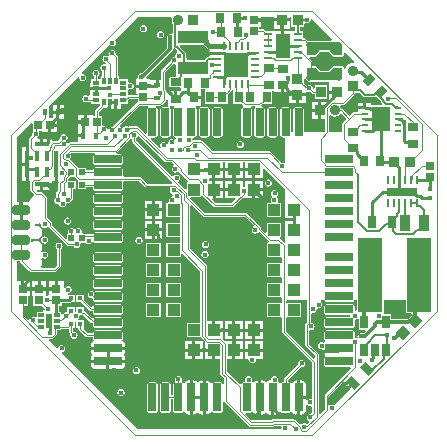
<source format=gtl>
G04*
G04 #@! TF.GenerationSoftware,Altium Limited,Altium NEXUS,3.0.14 (129)*
G04*
G04 Layer_Physical_Order=1*
G04 Layer_Color=255*
%FSLAX25Y25*%
%MOIN*%
G70*
G01*
G75*
%ADD11C,0.00394*%
%ADD12C,0.00787*%
%ADD14C,0.01000*%
%ADD15C,0.00000*%
%ADD20R,0.01378X0.02264*%
%ADD21R,0.02264X0.01378*%
%ADD26R,0.01575X0.03740*%
%ADD27R,0.01378X0.09055*%
%ADD28R,0.05118X0.01378*%
G04:AMPARAMS|DCode=50|XSize=37.4mil|YSize=33.47mil|CornerRadius=0mil|HoleSize=0mil|Usage=FLASHONLY|Rotation=135.000|XOffset=0mil|YOffset=0mil|HoleType=Round|Shape=Rectangle|*
%AMROTATEDRECTD50*
4,1,4,0.02506,-0.00139,0.00139,-0.02506,-0.02506,0.00139,-0.00139,0.02506,0.02506,-0.00139,0.0*
%
%ADD50ROTATEDRECTD50*%

%ADD60R,0.02165X0.02165*%
%ADD65R,0.03937X0.03937*%
%ADD67R,0.03937X0.03937*%
%ADD68C,0.01968*%
G04:AMPARAMS|DCode=69|XSize=31.5mil|YSize=59.06mil|CornerRadius=7.87mil|HoleSize=0mil|Usage=FLASHONLY|Rotation=90.000|XOffset=0mil|YOffset=0mil|HoleType=Round|Shape=RoundedRectangle|*
%AMROUNDEDRECTD69*
21,1,0.03150,0.04331,0,0,90.0*
21,1,0.01575,0.05906,0,0,90.0*
1,1,0.01575,0.02165,0.00787*
1,1,0.01575,0.02165,-0.00787*
1,1,0.01575,-0.02165,-0.00787*
1,1,0.01575,-0.02165,0.00787*
%
%ADD69ROUNDEDRECTD69*%
%ADD70O,0.03150X0.00984*%
%ADD71O,0.00984X0.03150*%
%ADD72R,0.08071X0.08071*%
%ADD73R,0.02992X0.02835*%
%ADD74R,0.01654X0.02441*%
%ADD75R,0.02835X0.02992*%
%ADD76R,0.02441X0.01654*%
%ADD77R,0.03661X0.05394*%
%ADD78R,0.10236X0.03110*%
%ADD79R,0.00984X0.02953*%
%ADD80R,0.02559X0.04134*%
%ADD81R,0.02756X0.03543*%
%ADD82R,0.03347X0.03740*%
%ADD83R,0.02559X0.02559*%
%ADD84R,0.10315X0.04291*%
%ADD85R,0.01772X0.01772*%
%ADD86R,0.03543X0.02756*%
%ADD87R,0.03150X0.01102*%
%ADD88R,0.04724X0.07874*%
%ADD89R,0.03740X0.03347*%
G04:AMPARAMS|DCode=90|XSize=34.84mil|YSize=27.56mil|CornerRadius=0.14mil|HoleSize=0mil|Usage=FLASHONLY|Rotation=90.000|XOffset=0mil|YOffset=0mil|HoleType=Round|Shape=RoundedRectangle|*
%AMROUNDEDRECTD90*
21,1,0.03484,0.02728,0,0,90.0*
21,1,0.03457,0.02756,0,0,90.0*
1,1,0.00028,0.01364,0.01728*
1,1,0.00028,0.01364,-0.01728*
1,1,0.00028,-0.01364,-0.01728*
1,1,0.00028,-0.01364,0.01728*
%
%ADD90ROUNDEDRECTD90*%
G04:AMPARAMS|DCode=91|XSize=14.21mil|YSize=14.21mil|CornerRadius=0.07mil|HoleSize=0mil|Usage=FLASHONLY|Rotation=315.000|XOffset=0mil|YOffset=0mil|HoleType=Round|Shape=RoundedRectangle|*
%AMROUNDEDRECTD91*
21,1,0.01421,0.01407,0,0,315.0*
21,1,0.01407,0.01421,0,0,315.0*
1,1,0.00014,0.00000,-0.00995*
1,1,0.00014,-0.00995,0.00000*
1,1,0.00014,0.00000,0.00995*
1,1,0.00014,0.00995,0.00000*
%
%ADD91ROUNDEDRECTD91*%
G04:AMPARAMS|DCode=92|XSize=21.14mil|YSize=21.14mil|CornerRadius=0.11mil|HoleSize=0mil|Usage=FLASHONLY|Rotation=315.000|XOffset=0mil|YOffset=0mil|HoleType=Round|Shape=RoundedRectangle|*
%AMROUNDEDRECTD92*
21,1,0.02114,0.02093,0,0,315.0*
21,1,0.02093,0.02114,0,0,315.0*
1,1,0.00021,0.00000,-0.01480*
1,1,0.00021,-0.01480,0.00000*
1,1,0.00021,0.00000,0.01480*
1,1,0.00021,0.01480,0.00000*
%
%ADD92ROUNDEDRECTD92*%
G04:AMPARAMS|DCode=93|XSize=21.14mil|YSize=21.14mil|CornerRadius=0.11mil|HoleSize=0mil|Usage=FLASHONLY|Rotation=225.000|XOffset=0mil|YOffset=0mil|HoleType=Round|Shape=RoundedRectangle|*
%AMROUNDEDRECTD93*
21,1,0.02114,0.02093,0,0,225.0*
21,1,0.02093,0.02114,0,0,225.0*
1,1,0.00021,-0.01480,0.00000*
1,1,0.00021,0.00000,0.01480*
1,1,0.00021,0.01480,0.00000*
1,1,0.00021,0.00000,-0.01480*
%
%ADD93ROUNDEDRECTD93*%
G04:AMPARAMS|DCode=94|XSize=14.21mil|YSize=14.21mil|CornerRadius=0.07mil|HoleSize=0mil|Usage=FLASHONLY|Rotation=225.000|XOffset=0mil|YOffset=0mil|HoleType=Round|Shape=RoundedRectangle|*
%AMROUNDEDRECTD94*
21,1,0.01421,0.01407,0,0,225.0*
21,1,0.01407,0.01421,0,0,225.0*
1,1,0.00014,-0.00995,0.00000*
1,1,0.00014,0.00000,0.00995*
1,1,0.00014,0.00995,0.00000*
1,1,0.00014,0.00000,-0.00995*
%
%ADD94ROUNDEDRECTD94*%
G04:AMPARAMS|DCode=95|XSize=100mil|YSize=29.92mil|CornerRadius=0.15mil|HoleSize=0mil|Usage=FLASHONLY|Rotation=180.000|XOffset=0mil|YOffset=0mil|HoleType=Round|Shape=RoundedRectangle|*
%AMROUNDEDRECTD95*
21,1,0.10000,0.02962,0,0,180.0*
21,1,0.09970,0.02992,0,0,180.0*
1,1,0.00030,-0.04985,0.01481*
1,1,0.00030,0.04985,0.01481*
1,1,0.00030,0.04985,-0.01481*
1,1,0.00030,-0.04985,-0.01481*
%
%ADD95ROUNDEDRECTD95*%
%ADD96R,0.02559X0.04331*%
%ADD97R,0.08465X0.24803*%
G04:AMPARAMS|DCode=98|XSize=41.34mil|YSize=25.59mil|CornerRadius=0mil|HoleSize=0mil|Usage=FLASHONLY|Rotation=135.000|XOffset=0mil|YOffset=0mil|HoleType=Round|Shape=Rectangle|*
%AMROTATEDRECTD98*
4,1,4,0.02366,-0.00557,0.00557,-0.02366,-0.02366,0.00557,-0.00557,0.02366,0.02366,-0.00557,0.0*
%
%ADD98ROTATEDRECTD98*%

%ADD99R,0.06299X0.07874*%
%ADD100R,0.02362X0.00984*%
G04:AMPARAMS|DCode=101|XSize=35.43mil|YSize=27.56mil|CornerRadius=0mil|HoleSize=0mil|Usage=FLASHONLY|Rotation=45.000|XOffset=0mil|YOffset=0mil|HoleType=Round|Shape=Rectangle|*
%AMROTATEDRECTD101*
4,1,4,-0.00278,-0.02227,-0.02227,-0.00278,0.00278,0.02227,0.02227,0.00278,-0.00278,-0.02227,0.0*
%
%ADD101ROTATEDRECTD101*%

G04:AMPARAMS|DCode=102|XSize=29.53mil|YSize=94.49mil|CornerRadius=7.38mil|HoleSize=0mil|Usage=FLASHONLY|Rotation=270.000|XOffset=0mil|YOffset=0mil|HoleType=Round|Shape=RoundedRectangle|*
%AMROUNDEDRECTD102*
21,1,0.02953,0.07972,0,0,270.0*
21,1,0.01476,0.09449,0,0,270.0*
1,1,0.01476,-0.03986,-0.00738*
1,1,0.01476,-0.03986,0.00738*
1,1,0.01476,0.03986,0.00738*
1,1,0.01476,0.03986,-0.00738*
%
%ADD102ROUNDEDRECTD102*%
G04:AMPARAMS|DCode=103|XSize=29.53mil|YSize=94.49mil|CornerRadius=7.38mil|HoleSize=0mil|Usage=FLASHONLY|Rotation=0.000|XOffset=0mil|YOffset=0mil|HoleType=Round|Shape=RoundedRectangle|*
%AMROUNDEDRECTD103*
21,1,0.02953,0.07972,0,0,0.0*
21,1,0.01476,0.09449,0,0,0.0*
1,1,0.01476,0.00738,-0.03986*
1,1,0.01476,-0.00738,-0.03986*
1,1,0.01476,-0.00738,0.03986*
1,1,0.01476,0.00738,0.03986*
%
%ADD103ROUNDEDRECTD103*%
%ADD104R,0.01772X0.01772*%
%ADD105R,0.02047X0.01260*%
%ADD106R,0.01968X0.04961*%
%ADD107R,0.02913X0.03071*%
%ADD108C,0.01181*%
%ADD109C,0.01575*%
%ADD110R,0.03543X0.03543*%
%ADD111C,0.03543*%
%ADD112R,0.03543X0.03543*%
%ADD113C,0.01575*%
%ADD114C,0.01772*%
G36*
X96063Y137205D02*
X97327D01*
Y135689D01*
X96571D01*
Y135744D01*
X93709D01*
Y130807D01*
X92709D01*
Y135744D01*
X89846D01*
Y135689D01*
X87539D01*
X87398Y136028D01*
X87167Y136259D01*
X86715Y136446D01*
X85276D01*
Y137091D01*
X85882D01*
Y139087D01*
X83465D01*
Y140087D01*
X85882D01*
Y140493D01*
X90142D01*
Y139969D01*
X92815D01*
X95488D01*
Y140493D01*
X96063D01*
Y137205D01*
D02*
G37*
G36*
X109587Y133074D02*
X109396Y132612D01*
X102102D01*
X102098Y132611D01*
X102096Y132612D01*
X101789Y132484D01*
X101744Y132439D01*
X100955Y133228D01*
X100503Y133415D01*
X100378D01*
X100098Y133799D01*
Y135689D01*
X98933D01*
Y137205D01*
X100197D01*
Y138288D01*
X100697Y138555D01*
X100819Y138474D01*
X101279Y138382D01*
X101740Y138474D01*
X102131Y138735D01*
X102392Y139126D01*
X102465Y139490D01*
X102747Y139641D01*
X102973Y139688D01*
X109587Y133074D01*
D02*
G37*
G36*
X56223Y139993D02*
X56119Y139469D01*
X56287Y138624D01*
X56637Y138100D01*
X56601Y138046D01*
X56540Y137739D01*
Y135198D01*
X56366Y135061D01*
X56040Y134890D01*
X55666Y134964D01*
X55205Y134872D01*
X54814Y134611D01*
X54554Y134221D01*
X54462Y133760D01*
X54554Y133299D01*
X54663Y133136D01*
Y130204D01*
X46211Y121752D01*
X46065Y121781D01*
X45604Y121689D01*
X45214Y121428D01*
X44953Y121038D01*
X44861Y120577D01*
X44889Y120437D01*
X44517Y119937D01*
X44236D01*
Y117941D01*
X46654D01*
Y116941D01*
X44236D01*
Y114945D01*
X44842D01*
Y114301D01*
X41760D01*
X41634Y114385D01*
Y115991D01*
X42134Y116294D01*
X42421Y116237D01*
X42882Y116328D01*
X43273Y116589D01*
X43534Y116980D01*
X43626Y117441D01*
X43534Y117902D01*
X43273Y118292D01*
X42882Y118553D01*
X42421Y118645D01*
X42134Y118588D01*
X41634Y118891D01*
Y119685D01*
X38583D01*
X38583Y120185D01*
Y120768D01*
X38139D01*
Y127249D01*
X37952Y127701D01*
X37466Y128187D01*
X37516Y128437D01*
X37425Y128898D01*
X37163Y129288D01*
X36773Y129550D01*
X36312Y129641D01*
X35851Y129550D01*
X35460Y129288D01*
X35199Y128898D01*
X35108Y128437D01*
X35199Y127976D01*
X35333Y127776D01*
X34973Y127415D01*
X34713Y127589D01*
X34252Y127681D01*
X33791Y127589D01*
X33400Y127328D01*
X33139Y126937D01*
X33048Y126476D01*
X33139Y126016D01*
X33400Y125625D01*
X33791Y125364D01*
X34046Y125313D01*
X34224Y125048D01*
X34194Y124983D01*
X33894Y124642D01*
X33563Y124708D01*
X33102Y124617D01*
X32711Y124355D01*
X32450Y123965D01*
X32359Y123504D01*
X32450Y123043D01*
X32711Y122652D01*
X32924Y122511D01*
Y120768D01*
X32480D01*
Y120185D01*
X32480Y119685D01*
X31594D01*
Y120660D01*
X31806Y120802D01*
X32067Y121193D01*
X32159Y121653D01*
X32067Y122114D01*
X31806Y122505D01*
X31416Y122766D01*
X30955Y122858D01*
X30494Y122766D01*
X30103Y122505D01*
X29842Y122114D01*
X29750Y121653D01*
X29842Y121193D01*
X30103Y120802D01*
X30316Y120660D01*
Y119685D01*
X29429D01*
Y118323D01*
X28823D01*
Y117134D01*
X30955D01*
Y116134D01*
X28823D01*
Y114416D01*
X28679Y114313D01*
X28323Y114195D01*
X28032Y114389D01*
X27571Y114481D01*
X27110Y114389D01*
X26719Y114128D01*
X26458Y113737D01*
X26367Y113277D01*
X26458Y112816D01*
X26719Y112425D01*
X27110Y112164D01*
X27571Y112072D01*
X28032Y112164D01*
X28071Y112190D01*
X28392Y112058D01*
X29429D01*
Y111614D01*
X32249D01*
X32356Y111114D01*
X30768Y109527D01*
X30581Y109075D01*
Y107323D01*
X29937D01*
Y107929D01*
X27941D01*
Y105512D01*
X27441D01*
Y105012D01*
X24945D01*
Y103094D01*
Y101386D01*
X26772D01*
Y100386D01*
X24945D01*
Y98833D01*
X24833Y98786D01*
X22372D01*
X21920Y98599D01*
X21821Y98501D01*
X21237Y98624D01*
X21102Y98826D01*
Y99372D01*
X21363Y99763D01*
X21455Y100224D01*
X21363Y100685D01*
X21102Y101075D01*
X20711Y101337D01*
X20251Y101428D01*
X19790Y101337D01*
X19399Y101075D01*
X19138Y100685D01*
X19046Y100224D01*
X19096Y99973D01*
X18281Y99158D01*
X16701D01*
X16354Y99390D01*
Y99917D01*
X13295D01*
Y98228D01*
X12295D01*
Y99917D01*
X11507D01*
X11396Y100417D01*
X11678Y100606D01*
X11939Y100996D01*
X12031Y101457D01*
X11939Y101918D01*
X11806Y102118D01*
X12047Y102618D01*
X12976D01*
Y102012D01*
X14972D01*
Y104429D01*
X15472D01*
Y104929D01*
X17968D01*
Y106539D01*
X20232D01*
Y108260D01*
X18406D01*
X16579D01*
Y106846D01*
X15671D01*
X15295Y107146D01*
Y110374D01*
X15295D01*
X15124Y110786D01*
X24922Y120584D01*
X25383Y120337D01*
X25371Y120276D01*
X25462Y119815D01*
X25723Y119424D01*
X26114Y119163D01*
X26575Y119071D01*
X27036Y119163D01*
X27426Y119424D01*
X27687Y119815D01*
X27779Y120276D01*
X27687Y120736D01*
X27426Y121127D01*
X27036Y121388D01*
X26575Y121480D01*
X26513Y121467D01*
X26267Y121928D01*
X35427Y131089D01*
X35501Y131082D01*
X35892Y130821D01*
X36353Y130729D01*
X36814Y130821D01*
X37204Y131082D01*
X37465Y131473D01*
X37557Y131933D01*
X37465Y132394D01*
X37204Y132785D01*
X37197Y132859D01*
X44831Y140493D01*
X55852D01*
X56223Y139993D01*
D02*
G37*
G36*
X66806Y130976D02*
X67728Y130054D01*
X67728Y130054D01*
X68119Y129793D01*
X68580Y129701D01*
X68621D01*
X68888Y129201D01*
X68772Y129027D01*
X68755Y128945D01*
X71260D01*
Y127945D01*
X68755D01*
X68772Y127863D01*
X68827Y127779D01*
X68560Y127279D01*
X68504D01*
X68504Y127279D01*
X68197Y127218D01*
X67936Y127044D01*
X67936Y127044D01*
X67475Y126583D01*
X67301Y126322D01*
X67246Y126043D01*
X61225D01*
Y126370D01*
X61164Y126677D01*
X60990Y126937D01*
X60989Y126937D01*
X60950Y126977D01*
Y128236D01*
X60950Y128236D01*
X60889Y128543D01*
X60715Y128804D01*
X60715Y128804D01*
X58932Y130587D01*
X58826Y130658D01*
X58706Y130778D01*
X58897Y131240D01*
X66630D01*
X66806Y130976D01*
D02*
G37*
G36*
X110026Y127408D02*
X110027Y127407D01*
X110339Y127278D01*
X113067D01*
X113379Y127407D01*
X113508Y127719D01*
Y128500D01*
X113970Y128692D01*
X117033Y125629D01*
X116799Y125156D01*
X116634Y125177D01*
X115910Y125082D01*
X115236Y124803D01*
X114657Y124358D01*
X114213Y123779D01*
X114008Y123285D01*
X113508Y123384D01*
Y123659D01*
X113379Y123971D01*
X113067Y124100D01*
X110339D01*
X110027Y123971D01*
X110026Y123970D01*
X108669Y122612D01*
X105504D01*
X104147Y123970D01*
X104146Y123971D01*
X103834Y124100D01*
X103110D01*
Y125500D01*
X102922Y125952D01*
X102058Y126816D01*
X102250Y127278D01*
X103834D01*
X104146Y127407D01*
X104147Y127408D01*
X105504Y128765D01*
X108669D01*
X110026Y127408D01*
D02*
G37*
G36*
X57761Y129452D02*
X57761Y129452D01*
X57867Y129381D01*
X58086Y129162D01*
X57952Y128589D01*
X57721Y128435D01*
X57460Y128045D01*
X57397Y127729D01*
X57146Y127428D01*
X56921Y127269D01*
X56572Y127200D01*
X56181Y126939D01*
X55920Y126548D01*
X55829Y126087D01*
X55878Y125837D01*
X52737Y122695D01*
X52550Y122243D01*
Y119543D01*
X51878D01*
Y117717D01*
X50878D01*
Y119543D01*
X49158D01*
X49071Y119937D01*
X47941D01*
X47734Y120437D01*
X56376Y129078D01*
X56593Y129404D01*
X56670Y129788D01*
Y129836D01*
X57170Y130044D01*
X57761Y129452D01*
D02*
G37*
G36*
X57033Y124883D02*
X57236Y124923D01*
X57736Y124581D01*
Y120965D01*
X57480Y120571D01*
X55413D01*
Y117028D01*
X58981D01*
X59335Y116674D01*
X59335Y115732D01*
X58862Y115665D01*
X58079D01*
Y113287D01*
X57079D01*
Y115665D01*
X54820D01*
X54807Y115665D01*
X54335Y115628D01*
X54148Y116080D01*
X53828Y116400D01*
Y121978D01*
X56782Y124933D01*
X57033Y124883D01*
D02*
G37*
G36*
X101789Y118894D02*
X102096Y118766D01*
X102098Y118767D01*
X102102Y118766D01*
X108507D01*
X108646Y118323D01*
X108646D01*
Y115953D01*
X111319D01*
Y114953D01*
X108646D01*
Y112583D01*
X108646D01*
X108798Y112115D01*
X108343Y112122D01*
Y112122D01*
X106071D01*
Y109351D01*
Y106579D01*
X107294D01*
Y102307D01*
X106988Y102001D01*
X100416D01*
Y109376D01*
X100328Y109818D01*
X100078Y110192D01*
X99704Y110442D01*
X99262Y110530D01*
X97785D01*
X97344Y110442D01*
X96969Y110192D01*
X96719Y109818D01*
X96631Y109376D01*
Y102001D01*
X96085D01*
Y109376D01*
X95997Y109818D01*
X95747Y110192D01*
X95373Y110442D01*
X94931Y110530D01*
X93455D01*
X93013Y110442D01*
X92639Y110192D01*
X92388Y109818D01*
X92301Y109376D01*
Y101404D01*
X92388Y100962D01*
X92639Y100588D01*
X93013Y100337D01*
X93455Y100250D01*
X94062D01*
Y92142D01*
X93571Y91869D01*
X93110Y91960D01*
X92860Y91910D01*
X89259Y95511D01*
X88807Y95698D01*
X69823D01*
X66284Y99238D01*
X65832Y99425D01*
X63339D01*
X63015Y99783D01*
X63275Y100250D01*
X63435D01*
X63877Y100337D01*
X64251Y100588D01*
X64501Y100962D01*
X64589Y101404D01*
Y109376D01*
X64501Y109818D01*
X64251Y110192D01*
X64206Y110824D01*
X64269Y110909D01*
X65381D01*
X65455Y110909D01*
X65519Y110824D01*
X65473Y110192D01*
X65223Y109818D01*
X65135Y109376D01*
Y101404D01*
X65223Y100962D01*
X65473Y100588D01*
X65848Y100337D01*
X66289Y100250D01*
X67766D01*
X68207Y100337D01*
X68582Y100588D01*
X68832Y100962D01*
X68920Y101404D01*
Y109376D01*
X68832Y109818D01*
X68582Y110192D01*
X68207Y110442D01*
X67766Y110530D01*
X66739D01*
X66289Y110530D01*
X66267Y110526D01*
X66001Y110557D01*
X65862Y110955D01*
X65862Y111200D01*
Y113181D01*
X63484D01*
Y114181D01*
X65862D01*
Y116339D01*
X67205D01*
X67224Y115847D01*
X67224D01*
Y111516D01*
X70768D01*
Y111516D01*
X71260D01*
Y111516D01*
X74803D01*
Y114698D01*
X75058Y114804D01*
X76114Y115859D01*
X76219Y116115D01*
X76711Y116258D01*
X76723Y116254D01*
X76772Y115847D01*
X76772D01*
Y111516D01*
X79607D01*
X79724Y111467D01*
X79758D01*
X79863Y111213D01*
X80107Y110969D01*
X80035Y110505D01*
X79997Y110426D01*
X79647Y110192D01*
X79396Y109818D01*
X79308Y109376D01*
Y101404D01*
X79396Y100962D01*
X79647Y100588D01*
X80021Y100337D01*
X80463Y100250D01*
X81939D01*
X82381Y100337D01*
X82755Y100588D01*
X83005Y100962D01*
X83093Y101404D01*
Y109376D01*
X83005Y109818D01*
X82763Y110180D01*
X82778Y110258D01*
X82925Y110680D01*
X83807D01*
X83954Y110258D01*
X83969Y110180D01*
X83727Y109818D01*
X83639Y109376D01*
Y101404D01*
X83727Y100962D01*
X83977Y100588D01*
X84352Y100337D01*
X84793Y100250D01*
X86270D01*
X86711Y100337D01*
X87086Y100588D01*
X87336Y100962D01*
X87424Y101404D01*
Y109376D01*
X87336Y109818D01*
X87086Y110192D01*
X86711Y110442D01*
X86270Y110530D01*
X86255D01*
X86048Y111030D01*
X86485Y111467D01*
X86614D01*
X86732Y111516D01*
X89567D01*
Y115730D01*
X90004Y115998D01*
X90437Y115853D01*
Y115339D01*
X92709D01*
Y117717D01*
X93709D01*
Y115339D01*
X95161D01*
Y115067D01*
X98032D01*
Y114567D01*
D01*
Y115067D01*
X100902D01*
Y115456D01*
X100917Y115471D01*
X101402Y115677D01*
X101635Y115521D01*
X102096Y115430D01*
X102346Y115479D01*
X102825Y115001D01*
X103277Y114814D01*
X103937D01*
Y113189D01*
X108071D01*
Y117717D01*
X103937D01*
Y116720D01*
X103437Y116505D01*
X103307Y116628D01*
X103298Y116645D01*
X103208Y117095D01*
X102947Y117485D01*
X102557Y117746D01*
X102096Y117838D01*
X101635Y117746D01*
X101297Y117520D01*
X100296Y118521D01*
X100295Y118523D01*
Y119787D01*
X100789Y119887D01*
X100795Y119887D01*
X101789Y118894D01*
D02*
G37*
G36*
X119885Y113999D02*
X120145Y113825D01*
X120453Y113764D01*
X120453Y113764D01*
X123706D01*
X124013Y113825D01*
X124274Y113999D01*
X124336D01*
X125074Y113261D01*
X125118Y113195D01*
X125962Y112351D01*
X126010Y112112D01*
X126184Y111851D01*
X126337Y111698D01*
X126146Y111236D01*
X122634D01*
Y111728D01*
X120953D01*
Y110236D01*
X120453D01*
Y109736D01*
X118272D01*
Y108907D01*
X117085D01*
X116633Y108720D01*
X115411Y107499D01*
X113154Y109756D01*
X112702Y109943D01*
X112661D01*
X112610Y110195D01*
X112358Y110573D01*
X112625Y111073D01*
X113291D01*
X113743Y111260D01*
X117086Y114603D01*
X117273Y115055D01*
Y115217D01*
X118667D01*
X119885Y113999D01*
D02*
G37*
G36*
X44842Y112023D02*
X44711Y111969D01*
X36562Y103820D01*
X36312Y103870D01*
X35851Y103778D01*
X35460Y103517D01*
X35239Y103187D01*
X34999Y103174D01*
X34719Y103239D01*
X34669Y103492D01*
X34408Y103883D01*
X34017Y104144D01*
X33556Y104236D01*
X33497Y104224D01*
X33110Y104541D01*
Y107323D01*
X31860D01*
Y108810D01*
X33342Y110293D01*
X33843Y110086D01*
Y109925D01*
X35032D01*
Y112057D01*
X36031D01*
Y109925D01*
X37000D01*
Y112057D01*
X38000D01*
Y109925D01*
X39189D01*
Y111614D01*
X41634D01*
Y112808D01*
X41937Y112934D01*
X42025Y113022D01*
X44842D01*
Y112023D01*
D02*
G37*
G36*
X114507Y106595D02*
X113286Y105373D01*
X113099Y104921D01*
Y102001D01*
X108600D01*
X108572Y102042D01*
Y107612D01*
X109072Y107747D01*
X109726Y107310D01*
X110571Y107142D01*
X111416Y107310D01*
X112132Y107789D01*
X112386Y108169D01*
X112883Y108218D01*
X114507Y106595D01*
D02*
G37*
G36*
X48347Y110873D02*
X48428Y110378D01*
X48151Y110192D01*
X47900Y109818D01*
X47813Y109376D01*
Y101825D01*
X47313Y101618D01*
X45132Y103798D01*
X44680Y103986D01*
X41852D01*
X41778Y103955D01*
X41605Y104070D01*
X41144Y104162D01*
X40683Y104070D01*
X40292Y103809D01*
X40216Y103695D01*
X39765Y103536D01*
X39603Y103609D01*
X39339Y103785D01*
X39091Y103834D01*
X38902Y104352D01*
X45428Y110878D01*
X48345D01*
X48347Y110873D01*
D02*
G37*
G36*
X54807Y112753D02*
Y111016D01*
X54799Y110899D01*
X54516Y110530D01*
X53297D01*
X52856Y110442D01*
X52481Y110192D01*
X52231Y109818D01*
X52143Y109376D01*
Y101404D01*
X52231Y100962D01*
X52481Y100588D01*
X52856Y100337D01*
X53297Y100250D01*
X54774D01*
X55215Y100337D01*
X55590Y100588D01*
X55840Y100962D01*
X55928Y101404D01*
Y109376D01*
X55840Y109818D01*
X55590Y110192D01*
X55544Y110824D01*
X55608Y110909D01*
X56794D01*
X56857Y110824D01*
X56812Y110192D01*
X56562Y109818D01*
X56474Y109376D01*
Y101404D01*
X56562Y100962D01*
X56812Y100588D01*
X57186Y100337D01*
X57350Y100305D01*
X57657Y99846D01*
X57621Y99684D01*
X57094Y99572D01*
X56704Y99833D01*
X56243Y99925D01*
X55782Y99833D01*
X55391Y99572D01*
X55130Y99181D01*
X55039Y98721D01*
X55114Y98343D01*
X54656Y98197D01*
X54395Y98588D01*
X54004Y98849D01*
X53543Y98940D01*
X53083Y98849D01*
X52692Y98588D01*
X52431Y98197D01*
X52339Y97736D01*
X52431Y97275D01*
X52568Y97070D01*
X52180Y96751D01*
X49181Y99750D01*
X49388Y100250D01*
X50443D01*
X50885Y100337D01*
X51259Y100588D01*
X51509Y100962D01*
X51597Y101404D01*
Y109376D01*
X51509Y109818D01*
X51259Y110192D01*
X50981Y110378D01*
X51062Y110873D01*
X51064Y110878D01*
X52392D01*
X52844Y111065D01*
X54148Y112369D01*
X54335Y112821D01*
X54807Y112753D01*
D02*
G37*
G36*
X42886Y99828D02*
X43050Y99695D01*
Y98972D01*
X43238Y98520D01*
X56328Y85430D01*
X56121Y84930D01*
X48044D01*
X45930Y87043D01*
X45479Y87230D01*
X40383D01*
X40044Y87730D01*
X40081Y87919D01*
Y89396D01*
X39993Y89837D01*
X39743Y90212D01*
X39369Y90462D01*
X38927Y90550D01*
X30955D01*
X30513Y90462D01*
X30139Y90212D01*
X29888Y89837D01*
X29801Y89396D01*
Y89297D01*
X27756D01*
Y90134D01*
X24987D01*
X24861Y90437D01*
X22286Y93013D01*
X22308Y93243D01*
X22569Y93634D01*
X22661Y94095D01*
X22569Y94555D01*
X22343Y94894D01*
X22630Y95275D01*
X30274D01*
X30492Y94812D01*
X30486Y94775D01*
X30139Y94543D01*
X29888Y94168D01*
X29801Y93726D01*
Y92250D01*
X29888Y91808D01*
X30139Y91434D01*
X30513Y91184D01*
X30955Y91096D01*
X38927D01*
X39369Y91184D01*
X39743Y91434D01*
X39993Y91808D01*
X40081Y92250D01*
Y93726D01*
X39993Y94168D01*
X39743Y94543D01*
X39369Y94793D01*
X38927Y94881D01*
X37830D01*
X37731Y95381D01*
X37927Y95462D01*
X42381Y99916D01*
X42886Y99828D01*
D02*
G37*
G36*
X80594Y90142D02*
X83563D01*
Y89642D01*
X84063D01*
Y86673D01*
X86532D01*
Y89888D01*
X86993Y90080D01*
X94062Y83011D01*
Y79224D01*
X93980D01*
Y73287D01*
X94062D01*
Y72532D01*
X93980D01*
Y66595D01*
X94062D01*
Y65447D01*
X93562Y65240D01*
X92134Y66669D01*
X92056Y66701D01*
X92155Y67201D01*
X92618D01*
Y71925D01*
X87894D01*
Y68710D01*
X87432Y68519D01*
X86030Y69921D01*
Y69980D01*
X85843Y70432D01*
X81228Y75046D01*
X80776Y75234D01*
X67202D01*
X62311Y80125D01*
X62502Y80587D01*
X65847D01*
Y80901D01*
X65928Y80949D01*
X66347Y81054D01*
X67209Y80192D01*
Y79980D01*
X67420D01*
X70195Y77206D01*
X70647Y77019D01*
X76351D01*
X76803Y77206D01*
X79578Y79980D01*
X79839D01*
Y80176D01*
X80117Y80400D01*
X80594Y80189D01*
Y79980D01*
X83063D01*
Y82949D01*
Y85917D01*
X80594D01*
Y84111D01*
X80273Y83945D01*
X79839Y84252D01*
Y85917D01*
X77370D01*
Y82949D01*
X76870D01*
Y82449D01*
X73902D01*
Y79980D01*
X77117D01*
X77308Y79519D01*
X76086Y78297D01*
X70911D01*
X69690Y79519D01*
X69881Y79980D01*
X73146D01*
Y82449D01*
X70177D01*
Y82949D01*
X69677D01*
Y85917D01*
X68863D01*
X68714Y86188D01*
X69007Y86673D01*
X69677D01*
Y89642D01*
X70177D01*
Y90142D01*
X73146D01*
Y92063D01*
X73902D01*
Y90142D01*
X76870D01*
X79839D01*
Y92063D01*
X80594D01*
Y90142D01*
D02*
G37*
G36*
X53709Y92206D02*
X54161Y92019D01*
X56129D01*
X56813Y91334D01*
X56690Y90750D01*
X56488Y90615D01*
X56227Y90225D01*
X56135Y89764D01*
X56227Y89303D01*
X56488Y88912D01*
X56878Y88651D01*
X57339Y88560D01*
X57800Y88651D01*
X58147Y88883D01*
X58244Y88902D01*
X58721Y88805D01*
X58774Y88676D01*
X60516Y86934D01*
Y86673D01*
X60777D01*
X61607Y85843D01*
X61685Y85811D01*
X61585Y85311D01*
X61122D01*
Y83220D01*
X60660Y83029D01*
X58426Y85264D01*
X58520Y85876D01*
X58648Y85962D01*
X58909Y86353D01*
X59001Y86814D01*
X58909Y87274D01*
X58648Y87665D01*
X58258Y87926D01*
X57797Y88018D01*
X57336Y87926D01*
X56945Y87665D01*
X56810Y87463D01*
X56226Y87340D01*
X44329Y99237D01*
Y100188D01*
X44541Y100330D01*
X44676Y100532D01*
X45260Y100655D01*
X53709Y92206D01*
D02*
G37*
G36*
X9803Y104812D02*
Y102618D01*
X9803Y102618D01*
X9848Y102118D01*
X9714Y101918D01*
X9623Y101457D01*
X9672Y101207D01*
X8702Y100236D01*
X8514Y99784D01*
Y96965D01*
X8472D01*
Y91437D01*
Y85909D01*
X8786D01*
X9006Y85579D01*
Y82949D01*
X9194Y82497D01*
X10427Y81264D01*
X10289Y80727D01*
X10061Y80681D01*
X9344Y80203D01*
X8866Y79487D01*
X8698Y78642D01*
X8685Y78629D01*
X8071Y78751D01*
X6406D01*
Y76142D01*
X5406D01*
Y78751D01*
X4507D01*
Y100169D01*
X9341Y105003D01*
X9803Y104812D01*
D02*
G37*
G36*
X18118Y85909D02*
X18262D01*
X18480Y85409D01*
X18338Y85067D01*
Y82669D01*
X17745Y82076D01*
X17558Y81625D01*
Y80399D01*
X17345Y80257D01*
X17085Y79866D01*
X16993Y79406D01*
X17085Y78945D01*
X17345Y78554D01*
X17736Y78293D01*
X18197Y78201D01*
X18707Y77793D01*
X18720Y77728D01*
X18981Y77337D01*
X19372Y77076D01*
X19833Y76985D01*
X20293Y77076D01*
X20684Y77337D01*
X20945Y77728D01*
X21037Y78189D01*
X21494Y78323D01*
X21955Y78415D01*
X22346Y78676D01*
X22607Y79067D01*
X22642Y79243D01*
X22783Y79302D01*
X23188Y79707D01*
X23375Y80159D01*
Y82973D01*
X24213D01*
Y85925D01*
X21579D01*
Y86596D01*
X22164Y87181D01*
X23913D01*
X23957Y87075D01*
X24665Y86368D01*
X24803Y85925D01*
X24803Y85925D01*
X24803D01*
X24803Y85925D01*
Y82973D01*
X27756D01*
Y83810D01*
X29801D01*
Y83589D01*
X29888Y83147D01*
X30139Y82773D01*
X30513Y82522D01*
X30955Y82435D01*
X38927D01*
X39369Y82522D01*
X39743Y82773D01*
X39993Y83147D01*
X40081Y83589D01*
Y85065D01*
X40004Y85452D01*
X40031Y85562D01*
X40298Y85952D01*
X45214D01*
X47327Y83838D01*
X47779Y83651D01*
X55495D01*
X55762Y83151D01*
X55732Y83106D01*
X55640Y82645D01*
X55732Y82184D01*
X55993Y81793D01*
X56384Y81532D01*
X56612Y81043D01*
X56384Y80603D01*
X55959Y80518D01*
X55568Y80257D01*
X55307Y79866D01*
X55216Y79406D01*
X55273Y79118D01*
X54970Y78618D01*
X54429D01*
Y73894D01*
X58810D01*
Y71925D01*
X54429D01*
Y67201D01*
X58810D01*
Y65232D01*
X54429D01*
Y60508D01*
X59153D01*
Y61613D01*
X59615Y61804D01*
X65732Y55687D01*
Y38461D01*
X61122D01*
Y33736D01*
X65846D01*
X65847Y33736D01*
Y33736D01*
X65889Y33638D01*
X65919Y33566D01*
X66131Y33354D01*
X66132Y33354D01*
X66145Y33341D01*
X66724Y32762D01*
X66405Y32374D01*
X65973Y32374D01*
X63984D01*
Y29906D01*
X66453D01*
Y31877D01*
X66453Y32326D01*
X66840Y32645D01*
X67209Y32277D01*
Y29906D01*
X70177D01*
Y29406D01*
X70677D01*
Y26437D01*
X72425D01*
Y21576D01*
X72612Y21124D01*
X73645Y20091D01*
Y18320D01*
X73182Y18106D01*
X73145Y18112D01*
X72913Y18460D01*
X72538Y18710D01*
X72097Y18798D01*
X70620D01*
X70178Y18710D01*
X69847Y18489D01*
X69780Y18463D01*
X69257Y18541D01*
X69019Y18897D01*
X68444Y19281D01*
X67766Y19416D01*
X67528D01*
Y13658D01*
Y7899D01*
X67766D01*
X68444Y8034D01*
X69019Y8418D01*
X69257Y8774D01*
X69780Y8852D01*
X69847Y8826D01*
X70178Y8605D01*
X70620Y8517D01*
X72097D01*
X72538Y8605D01*
X72913Y8855D01*
X73163Y9230D01*
X73251Y9671D01*
Y12070D01*
X73751Y12169D01*
X73832Y11972D01*
X81679Y4125D01*
X82131Y3938D01*
X89846D01*
X90298Y4125D01*
X90455Y4282D01*
X92494D01*
X92820Y3782D01*
X92772Y3543D01*
X92779Y3507D01*
X92369Y3007D01*
X44831D01*
X19494Y28344D01*
X19494Y28348D01*
X19691Y28854D01*
X19957Y28907D01*
X20348Y29168D01*
X20609Y29559D01*
X20701Y30020D01*
X20609Y30481D01*
X20348Y30871D01*
X19957Y31132D01*
X19496Y31224D01*
X19036Y31132D01*
X18645Y30871D01*
X18384Y30481D01*
X18331Y30215D01*
X17824Y30018D01*
X17821Y30018D01*
X15066Y32773D01*
X15257Y33235D01*
X16228D01*
X16680Y33422D01*
X17647Y34388D01*
X17834Y34840D01*
Y36207D01*
X19439D01*
Y36591D01*
X21688D01*
X21934Y36426D01*
Y35374D01*
X22121Y34922D01*
X22466Y34577D01*
X22416Y34327D01*
X22508Y33866D01*
X22769Y33475D01*
X23159Y33214D01*
X23620Y33123D01*
X24081Y33214D01*
X24472Y33475D01*
X24733Y33866D01*
X24824Y34327D01*
X24733Y34788D01*
X24472Y35178D01*
X24081Y35440D01*
X23620Y35531D01*
X23212Y35932D01*
Y36837D01*
X23853D01*
Y38587D01*
X24324Y39069D01*
X24398D01*
X24443Y39000D01*
Y36837D01*
X25084D01*
Y36557D01*
X25271Y36105D01*
X27501Y33875D01*
X27953Y33688D01*
X29801D01*
Y33589D01*
X29888Y33147D01*
X30110Y32816D01*
X30135Y32748D01*
X30058Y32225D01*
X29702Y31988D01*
X29317Y31413D01*
X29182Y30734D01*
Y30496D01*
X34941D01*
X40699D01*
Y30734D01*
X40565Y31413D01*
X40180Y31988D01*
X39824Y32225D01*
X39747Y32748D01*
X39772Y32816D01*
X39993Y33147D01*
X40081Y33589D01*
Y35065D01*
X39993Y35507D01*
X39743Y35881D01*
X39369Y36131D01*
X38927Y36219D01*
X30955D01*
X30513Y36131D01*
X30139Y35881D01*
X29888Y35507D01*
X29801Y35065D01*
Y34966D01*
X28218D01*
X26847Y36337D01*
X27003Y36837D01*
X27003D01*
Y39396D01*
X25283D01*
X25169Y39560D01*
X25062Y39896D01*
X25261Y40194D01*
X25352Y40655D01*
X25335Y40742D01*
X25732Y41242D01*
X26724D01*
X29405Y38562D01*
X29801Y38398D01*
Y37919D01*
X29888Y37478D01*
X30139Y37103D01*
X30513Y36853D01*
X30955Y36765D01*
X38927D01*
X39369Y36853D01*
X39743Y37103D01*
X39993Y37478D01*
X40081Y37919D01*
Y39396D01*
X39993Y39838D01*
X39743Y40212D01*
X39369Y40462D01*
X38927Y40550D01*
X30955D01*
X30513Y40462D01*
X30139Y40212D01*
X30127Y40194D01*
X29629Y40145D01*
X27397Y42377D01*
X27003Y42540D01*
Y43303D01*
X27003Y43765D01*
X27382Y44093D01*
X28938Y42536D01*
X29390Y42349D01*
X29801D01*
Y42250D01*
X29888Y41809D01*
X30139Y41434D01*
X30513Y41184D01*
X30955Y41096D01*
X38927D01*
X39369Y41184D01*
X39743Y41434D01*
X39993Y41809D01*
X40081Y42250D01*
Y43727D01*
X39993Y44168D01*
X39743Y44543D01*
X39369Y44793D01*
X38927Y44881D01*
X30955D01*
X30513Y44793D01*
X30139Y44543D01*
X29888Y44168D01*
X29877Y44112D01*
X29335Y43948D01*
X27003Y46280D01*
Y47935D01*
X24443D01*
Y45376D01*
X26098D01*
X27294Y44181D01*
X26966Y43802D01*
X26518Y43802D01*
X24443D01*
Y42463D01*
X24148Y42292D01*
X23853Y42463D01*
Y43802D01*
X21294D01*
Y42591D01*
X20989Y42142D01*
X20528Y42050D01*
X20138Y41789D01*
X19939Y41492D01*
X19475Y41561D01*
X19439Y41575D01*
Y42191D01*
X18579D01*
Y44075D01*
X19518D01*
Y45093D01*
X21922D01*
X22270Y45162D01*
X22566Y45360D01*
X22582Y45376D01*
X23853D01*
Y47935D01*
X21771D01*
X21722Y48435D01*
X22114Y48513D01*
X22505Y48774D01*
X22766Y49165D01*
X22858Y49626D01*
X22766Y50087D01*
X22505Y50477D01*
X22114Y50739D01*
X21654Y50830D01*
X21193Y50739D01*
X20802Y50477D01*
X20624Y50211D01*
X20124Y50359D01*
Y52398D01*
X18167D01*
Y49862D01*
X17667D01*
Y49362D01*
X15211D01*
Y47967D01*
X14737Y47552D01*
X14459Y47592D01*
X14415Y47667D01*
Y49362D01*
X9502D01*
Y47327D01*
X10108D01*
Y44075D01*
X12984D01*
X13880Y43179D01*
X13877Y43100D01*
X13855Y42988D01*
X13601Y42679D01*
X13321D01*
Y42191D01*
X11171D01*
Y40617D01*
X10671Y40352D01*
X10500Y40466D01*
X10039Y40558D01*
X9578Y40466D01*
X9188Y40205D01*
X8927Y39815D01*
X8894Y39651D01*
X8352Y39487D01*
X7110Y40729D01*
Y44075D01*
X8321D01*
Y47327D01*
X8927D01*
Y49362D01*
X6470D01*
Y49862D01*
X5970D01*
Y52398D01*
X4507D01*
Y59150D01*
X5532D01*
X5695Y58755D01*
X8725Y55725D01*
X9177Y55538D01*
X17201D01*
X17653Y55725D01*
X19054Y57127D01*
X19242Y57579D01*
Y63136D01*
X19454Y63278D01*
X19715Y63668D01*
X19807Y64129D01*
X19715Y64590D01*
X19454Y64981D01*
X19063Y65242D01*
X18602Y65333D01*
X18142Y65242D01*
X17751Y64981D01*
X17490Y64590D01*
X17398Y64129D01*
X17490Y63668D01*
X17751Y63278D01*
X17963Y63136D01*
Y57844D01*
X16936Y56817D01*
X12891D01*
X12624Y57316D01*
X12945Y57797D01*
X13113Y58642D01*
X12945Y59487D01*
X12707Y59843D01*
X13068Y60203D01*
X13333Y60026D01*
X13794Y59935D01*
X14255Y60026D01*
X14645Y60287D01*
X14906Y60678D01*
X14998Y61139D01*
X14906Y61600D01*
X14645Y61990D01*
X14255Y62251D01*
X13794Y62343D01*
X13333Y62251D01*
X13060Y62069D01*
X12700Y62430D01*
X12945Y62797D01*
X13113Y63642D01*
X12945Y64487D01*
X12467Y65203D01*
X11750Y65681D01*
X10905Y65850D01*
X10061Y65681D01*
X9775Y65491D01*
X9275Y65758D01*
Y66526D01*
X9775Y66793D01*
X10061Y66602D01*
X10905Y66434D01*
X11750Y66602D01*
X12467Y67081D01*
X12945Y67797D01*
X13113Y68642D01*
X12945Y69487D01*
X12467Y70203D01*
X11750Y70681D01*
X10905Y70850D01*
X10785Y70825D01*
X10397Y71142D01*
X10785Y71458D01*
X10905Y71434D01*
X11750Y71602D01*
X12190Y71895D01*
X12640Y71595D01*
X12589Y71343D01*
X12681Y70882D01*
X12942Y70491D01*
X13333Y70230D01*
X13794Y70139D01*
X14255Y70230D01*
X14645Y70491D01*
X15207Y70432D01*
X15260Y70304D01*
X21326Y64238D01*
X21778Y64051D01*
X23515D01*
X23656Y63839D01*
X24047Y63578D01*
X24508Y63486D01*
X24969Y63578D01*
X25359Y63839D01*
X25620Y64229D01*
X25712Y64690D01*
X25699Y64756D01*
X26106Y65256D01*
X27586D01*
X27692Y65097D01*
X28082Y64836D01*
X28543Y64745D01*
X29004Y64836D01*
X29395Y65097D01*
X29584Y65380D01*
X30039Y65458D01*
X30139Y65450D01*
X30513Y65200D01*
X30955Y65112D01*
X38927D01*
X39369Y65200D01*
X39743Y65450D01*
X39993Y65824D01*
X40081Y66266D01*
Y67742D01*
X39993Y68184D01*
X39743Y68558D01*
X39369Y68809D01*
X38927Y68896D01*
X30955D01*
X30513Y68809D01*
X30139Y68558D01*
X29888Y68184D01*
X29845Y67966D01*
X27756D01*
Y68209D01*
X26487D01*
X26178Y68709D01*
X26233Y68984D01*
X26141Y69445D01*
X25880Y69836D01*
X25489Y70097D01*
X25028Y70188D01*
X24568Y70097D01*
X24177Y69836D01*
X23619Y69900D01*
X23588Y69946D01*
X23197Y70207D01*
X22736Y70299D01*
X22275Y70207D01*
X21885Y69946D01*
X21624Y69555D01*
X21532Y69095D01*
X21609Y68709D01*
X21511Y68483D01*
X21306Y68209D01*
X21260D01*
Y66765D01*
X20798Y66574D01*
X16351Y71021D01*
Y71789D01*
X16164Y72241D01*
X14714Y73690D01*
Y79993D01*
X14527Y80445D01*
X12965Y82007D01*
X12513Y82194D01*
X11356D01*
X11119Y82488D01*
X11324Y82957D01*
X12295D01*
Y84646D01*
X12795D01*
Y85146D01*
X16354D01*
Y85909D01*
X17118D01*
Y91437D01*
X18118D01*
Y85909D01*
D02*
G37*
G36*
X117815Y42855D02*
X117315Y42490D01*
X117247Y42511D01*
Y43727D01*
X117159Y44168D01*
X116909Y44543D01*
X116534Y44793D01*
X116093Y44881D01*
X108120D01*
X107678Y44793D01*
X107304Y44543D01*
X107054Y44168D01*
X106966Y43727D01*
Y42250D01*
X107054Y41809D01*
X107304Y41434D01*
X107678Y41184D01*
X108120Y41096D01*
X115556D01*
X115633Y40855D01*
X115307Y40550D01*
X108120D01*
X107678Y40462D01*
X107304Y40212D01*
X107054Y39837D01*
X106966Y39396D01*
Y37919D01*
X107054Y37478D01*
X107304Y37103D01*
X107678Y36853D01*
X108120Y36765D01*
X116093D01*
X116534Y36853D01*
X116909Y37103D01*
X117159Y37478D01*
X117247Y37919D01*
Y39135D01*
X117376Y39619D01*
X117837Y39710D01*
X118102Y39888D01*
X118523Y39731D01*
X118602Y39666D01*
Y36220D01*
X120751D01*
X120943Y35759D01*
X120206Y35022D01*
X119923D01*
X119760Y35131D01*
X119299Y35223D01*
X118838Y35131D01*
X118448Y34870D01*
X118187Y34479D01*
X118095Y34018D01*
X118167Y33658D01*
X117825Y33335D01*
X117344Y33485D01*
X117247Y33850D01*
Y35065D01*
X117159Y35507D01*
X116909Y35881D01*
X116534Y36131D01*
X116093Y36219D01*
X108120D01*
X107678Y36131D01*
X107304Y35881D01*
X107054Y35507D01*
X106966Y35065D01*
Y33589D01*
X107054Y33147D01*
X107275Y32816D01*
X107300Y32748D01*
X107223Y32225D01*
X106867Y31988D01*
X106801Y31889D01*
X106666Y31979D01*
X106205Y32070D01*
X105745Y31979D01*
X105354Y31718D01*
X105093Y31327D01*
X105001Y30866D01*
X105093Y30405D01*
X105354Y30015D01*
X105745Y29754D01*
X106205Y29662D01*
X106363Y29183D01*
X106483Y28580D01*
X106867Y28005D01*
X107223Y27767D01*
X107300Y27244D01*
X107275Y27176D01*
X107054Y26845D01*
X106966Y26404D01*
Y24927D01*
X107054Y24486D01*
X107304Y24111D01*
X107678Y23861D01*
X108120Y23773D01*
X115764D01*
X115972Y23273D01*
X107348Y14650D01*
X107161Y14198D01*
Y9629D01*
X105629Y8096D01*
X105167Y8288D01*
Y27986D01*
X104980Y28438D01*
X101919Y31499D01*
Y35821D01*
X102419Y36146D01*
X102657Y36099D01*
X103118Y36191D01*
X103509Y36452D01*
X103770Y36842D01*
X103862Y37303D01*
X103770Y37764D01*
X103509Y38155D01*
X103118Y38416D01*
X102657Y38507D01*
X102517Y38623D01*
Y41587D01*
X103017Y41891D01*
X103300Y41835D01*
X103761Y41927D01*
X104152Y42188D01*
X104413Y42578D01*
X104504Y43039D01*
X104504Y43040D01*
X104546Y43112D01*
X104938Y43425D01*
X105208Y43371D01*
X105669Y43462D01*
X106060Y43724D01*
X106321Y44114D01*
X106412Y44575D01*
X106321Y45036D01*
X106060Y45427D01*
X105904Y45531D01*
X106056Y46031D01*
X107126D01*
X107304Y45765D01*
X107678Y45515D01*
X108120Y45427D01*
X116093D01*
X116534Y45515D01*
X116909Y45765D01*
X117086Y46031D01*
X117815D01*
Y42855D01*
D02*
G37*
G36*
X134153Y41732D02*
X135926D01*
X136054Y41595D01*
X136130Y41444D01*
X136161Y41232D01*
X134818Y39889D01*
X134735Y39834D01*
X134684Y39783D01*
X129429D01*
Y41339D01*
X127323D01*
X127067Y41732D01*
Y46031D01*
X134153D01*
Y41732D01*
D02*
G37*
G36*
X101238Y38737D02*
X100828Y38326D01*
X100640Y37874D01*
Y31234D01*
X100828Y30782D01*
X103888Y27721D01*
Y26735D01*
X103427Y26544D01*
X94242Y35728D01*
Y40072D01*
X94587Y40429D01*
X94742Y40429D01*
X99311D01*
Y45154D01*
X94722D01*
X94346Y45554D01*
X94376Y45956D01*
X94488Y46031D01*
X101238D01*
Y38737D01*
D02*
G37*
G36*
X116885Y18146D02*
X115273Y16534D01*
X115484Y16323D01*
X110211Y11049D01*
X110057Y11152D01*
X109597Y11244D01*
X109136Y11152D01*
X108939Y11021D01*
X108439Y11265D01*
Y13933D01*
X113157Y18651D01*
X114566Y17242D01*
X116178Y18853D01*
X116885Y18146D01*
D02*
G37*
G36*
X66485Y74143D02*
X66937Y73955D01*
X80511D01*
X83487Y70980D01*
X83363Y70396D01*
X83161Y70261D01*
X82900Y69870D01*
X82808Y69409D01*
X82900Y68949D01*
X83161Y68558D01*
X83552Y68297D01*
X84013Y68205D01*
X84473Y68297D01*
X84864Y68558D01*
X84870Y68566D01*
X85513Y68629D01*
X88378Y65765D01*
X88456Y65732D01*
X88357Y65232D01*
X87894D01*
Y60508D01*
X92618D01*
X92963Y60151D01*
Y58897D01*
X92618Y58539D01*
X92463Y58539D01*
X87894D01*
Y53815D01*
X92463D01*
X92618Y53815D01*
X92963Y53458D01*
Y52204D01*
X92618Y51847D01*
X92463Y51847D01*
X87894D01*
Y47122D01*
X92463D01*
X92618Y47122D01*
X92963Y46765D01*
Y45511D01*
X92618Y45154D01*
X92463Y45154D01*
X87894D01*
Y40429D01*
X92463D01*
X92618Y40429D01*
X92963Y40072D01*
Y35464D01*
X93150Y35012D01*
X103101Y25061D01*
Y13491D01*
X102601Y13165D01*
X102362Y13213D01*
X101901Y13121D01*
X101534Y12876D01*
X101401Y12903D01*
X101034Y13047D01*
Y13158D01*
X99024D01*
Y7899D01*
X99262D01*
X99940Y8034D01*
X100515Y8418D01*
X100899Y8993D01*
X101034Y9671D01*
Y10970D01*
X101401Y11114D01*
X101534Y11141D01*
X101901Y10896D01*
X102362Y10804D01*
X102601Y10852D01*
X103101Y10526D01*
Y8631D01*
X102613Y8143D01*
X102362Y8192D01*
X101901Y8101D01*
X101511Y7840D01*
X101250Y7449D01*
X101158Y6988D01*
X101250Y6527D01*
X101511Y6137D01*
X101713Y6001D01*
X101836Y5418D01*
X101174Y4755D01*
X100805Y5001D01*
X100345Y5093D01*
X99884Y5001D01*
X99493Y4740D01*
X98855Y4685D01*
X97379Y6161D01*
X96927Y6348D01*
X89864D01*
X89412Y6161D01*
X89255Y6003D01*
X82722D01*
X80708Y8017D01*
X80915Y8517D01*
X81939D01*
X82381Y8605D01*
X82712Y8826D01*
X82779Y8852D01*
X83302Y8774D01*
X83540Y8418D01*
X84115Y8034D01*
X84793Y7899D01*
X85031D01*
Y13658D01*
Y19416D01*
X84793D01*
X84115Y19281D01*
X83568Y18915D01*
X83528Y18898D01*
X82964Y18934D01*
X82928Y18991D01*
X83002Y19102D01*
X83094Y19563D01*
X83002Y20024D01*
X82741Y20415D01*
X82351Y20676D01*
X81890Y20767D01*
X81429Y20676D01*
X81038Y20415D01*
X80777Y20024D01*
X80686Y19563D01*
X80738Y19298D01*
X80514Y18891D01*
X80500Y18874D01*
X80389Y18783D01*
X80021Y18710D01*
X79647Y18460D01*
X79429Y18134D01*
X79322Y18072D01*
X78867Y17989D01*
X74710Y22146D01*
Y26437D01*
X76370D01*
Y29406D01*
Y32374D01*
X73998D01*
X73630Y32742D01*
X73950Y33130D01*
X74382Y33130D01*
X76370D01*
Y35598D01*
X73902D01*
Y33628D01*
X73902Y33178D01*
X73514Y32859D01*
X73146Y33227D01*
Y35598D01*
X70177D01*
Y36099D01*
X69677D01*
Y39067D01*
X67929D01*
Y57594D01*
X67742Y58046D01*
X62295Y63494D01*
Y77626D01*
X62795Y77833D01*
X66485Y74143D01*
D02*
G37*
%LPC*%
G36*
X95488Y138969D02*
X93315D01*
Y136598D01*
X95488D01*
Y138969D01*
D02*
G37*
G36*
X92315D02*
X90142D01*
Y136598D01*
X92315D01*
Y138969D01*
D02*
G37*
G36*
X46752Y137720D02*
X46291Y137628D01*
X45900Y137367D01*
X45639Y136977D01*
X45548Y136516D01*
X45639Y136055D01*
X45900Y135664D01*
X46291Y135403D01*
X46752Y135311D01*
X47213Y135403D01*
X47603Y135664D01*
X47864Y136055D01*
X47956Y136516D01*
X47864Y136977D01*
X47603Y137367D01*
X47213Y137628D01*
X46752Y137720D01*
D02*
G37*
G36*
X52461Y135751D02*
X52000Y135660D01*
X51609Y135399D01*
X51348Y135008D01*
X51256Y134547D01*
X51348Y134086D01*
X51609Y133696D01*
X52000Y133435D01*
X52461Y133343D01*
X52921Y133435D01*
X53312Y133696D01*
X53573Y134086D01*
X53665Y134547D01*
X53573Y135008D01*
X53312Y135399D01*
X52921Y135660D01*
X52461Y135751D01*
D02*
G37*
G36*
X20232Y110980D02*
X18905D01*
Y109260D01*
X20232D01*
Y110980D01*
D02*
G37*
G36*
X17906D02*
X16579D01*
Y109260D01*
X17906D01*
Y110980D01*
D02*
G37*
G36*
X26941Y107929D02*
X24945D01*
Y106012D01*
X26941D01*
Y107929D01*
D02*
G37*
G36*
X17968Y103929D02*
X15972D01*
Y102012D01*
X17968D01*
Y103929D01*
D02*
G37*
G36*
X100902Y114067D02*
X98532D01*
Y111894D01*
X100902D01*
Y114067D01*
D02*
G37*
G36*
X97531D02*
X95161D01*
Y111894D01*
X97531D01*
Y114067D01*
D02*
G37*
G36*
X105071Y112122D02*
X102799D01*
Y109851D01*
X105071D01*
Y112122D01*
D02*
G37*
G36*
Y108851D02*
X102799D01*
Y106579D01*
X105071D01*
Y108851D01*
D02*
G37*
G36*
X90600Y110530D02*
X89124D01*
X88682Y110442D01*
X88308Y110192D01*
X88058Y109818D01*
X87970Y109376D01*
Y101404D01*
X88058Y100962D01*
X88308Y100588D01*
X88682Y100337D01*
X89124Y100250D01*
X90600D01*
X91042Y100337D01*
X91416Y100588D01*
X91667Y100962D01*
X91755Y101404D01*
Y109376D01*
X91667Y109818D01*
X91416Y110192D01*
X91042Y110442D01*
X90600Y110530D01*
D02*
G37*
G36*
X72097Y110530D02*
X70620D01*
X70178Y110442D01*
X69804Y110192D01*
X69554Y109818D01*
X69466Y109376D01*
Y101404D01*
X69554Y100962D01*
X69804Y100588D01*
X70178Y100337D01*
X70620Y100250D01*
X72097D01*
X72538Y100337D01*
X72913Y100588D01*
X73163Y100962D01*
X73251Y101404D01*
Y109376D01*
X73163Y109818D01*
X72913Y110192D01*
X72538Y110442D01*
X72097Y110530D01*
D02*
G37*
G36*
X79091Y99167D02*
X78630Y99075D01*
X78240Y98814D01*
X77979Y98423D01*
X77887Y97962D01*
X77979Y97501D01*
X78240Y97111D01*
X78630Y96850D01*
X79091Y96758D01*
X79552Y96850D01*
X79943Y97111D01*
X80204Y97501D01*
X80295Y97962D01*
X80204Y98423D01*
X79943Y98814D01*
X79552Y99075D01*
X79091Y99167D01*
D02*
G37*
G36*
X119953Y111728D02*
X118272D01*
Y110736D01*
X119953D01*
Y111728D01*
D02*
G37*
G36*
X83063Y89142D02*
X80594D01*
Y86673D01*
X83063D01*
Y89142D01*
D02*
G37*
G36*
X79839D02*
X77370D01*
Y86673D01*
X79839D01*
Y89142D01*
D02*
G37*
G36*
X76370D02*
X73902D01*
Y86673D01*
X76370D01*
Y89142D01*
D02*
G37*
G36*
X73146D02*
X70677D01*
Y86673D01*
X73146D01*
Y89142D01*
D02*
G37*
G36*
X88444Y86305D02*
X87983Y86213D01*
X87593Y85952D01*
X87332Y85562D01*
X87240Y85101D01*
X87332Y84640D01*
X87593Y84249D01*
X87983Y83988D01*
X88444Y83897D01*
X88905Y83988D01*
X89296Y84249D01*
X89557Y84640D01*
X89648Y85101D01*
X89557Y85562D01*
X89296Y85952D01*
X88905Y86213D01*
X88444Y86305D01*
D02*
G37*
G36*
X73146Y85917D02*
X70677D01*
Y83449D01*
X73146D01*
Y85917D01*
D02*
G37*
G36*
X76370D02*
X73902D01*
Y83449D01*
X76370D01*
Y85917D01*
D02*
G37*
G36*
X86532Y85917D02*
X84063D01*
Y83449D01*
X86532D01*
Y85917D01*
D02*
G37*
G36*
Y82449D02*
X84063D01*
Y79980D01*
X86532D01*
Y82449D01*
D02*
G37*
G36*
X90453Y82949D02*
X89992Y82858D01*
X89601Y82596D01*
X89340Y82206D01*
X89249Y81745D01*
X89340Y81284D01*
X89601Y80893D01*
X89504Y80357D01*
X89502Y80356D01*
X89241Y79965D01*
X89150Y79504D01*
X89227Y79118D01*
X89131Y78896D01*
X88924Y78618D01*
X87894D01*
Y73894D01*
X92618D01*
Y78618D01*
X91784D01*
X91577Y78896D01*
X91481Y79118D01*
X91558Y79504D01*
X91466Y79965D01*
X91205Y80356D01*
X91303Y80892D01*
X91304Y80893D01*
X91565Y81284D01*
X91657Y81745D01*
X91565Y82206D01*
X91304Y82596D01*
X90914Y82858D01*
X90453Y82949D01*
D02*
G37*
G36*
X7473Y96965D02*
X6284D01*
Y91937D01*
X7473D01*
Y96965D01*
D02*
G37*
G36*
Y90937D02*
X6284D01*
Y85909D01*
X7473D01*
Y90937D01*
D02*
G37*
G36*
X16354Y84146D02*
X13295D01*
Y82957D01*
X16354D01*
Y84146D01*
D02*
G37*
G36*
X38927Y81889D02*
X30955D01*
X30513Y81801D01*
X30139Y81550D01*
X29888Y81176D01*
X29801Y80734D01*
Y79258D01*
X29888Y78816D01*
X30139Y78442D01*
X30513Y78192D01*
X30955Y78104D01*
X38927D01*
X39369Y78192D01*
X39743Y78442D01*
X39993Y78816D01*
X40081Y79258D01*
Y80734D01*
X39993Y81176D01*
X39743Y81550D01*
X39369Y81801D01*
X38927Y81889D01*
D02*
G37*
G36*
X53067Y79224D02*
X50599D01*
Y76756D01*
X53067D01*
Y79224D01*
D02*
G37*
G36*
X49599D02*
X47130D01*
Y76756D01*
X49599D01*
Y79224D01*
D02*
G37*
G36*
X50099Y76256D02*
D01*
D01*
D01*
D02*
G37*
G36*
X38927Y77558D02*
X30955D01*
X30513Y77470D01*
X30139Y77220D01*
X29888Y76845D01*
X29801Y76404D01*
Y74927D01*
X29888Y74486D01*
X30139Y74111D01*
X30513Y73861D01*
X30955Y73773D01*
X38927D01*
X39369Y73861D01*
X39743Y74111D01*
X39993Y74486D01*
X40081Y74927D01*
Y76404D01*
X39993Y76845D01*
X39743Y77220D01*
X39369Y77470D01*
X38927Y77558D01*
D02*
G37*
G36*
X53067Y75756D02*
X50599D01*
Y73287D01*
X53067D01*
Y75756D01*
D02*
G37*
G36*
X49599D02*
X47130D01*
Y73287D01*
X49599D01*
Y75756D01*
D02*
G37*
G36*
X21457Y73645D02*
X20996Y73554D01*
X20605Y73292D01*
X20344Y72902D01*
X20252Y72441D01*
X20344Y71980D01*
X20605Y71589D01*
X20996Y71328D01*
X21457Y71237D01*
X21917Y71328D01*
X22308Y71589D01*
X22569Y71980D01*
X22661Y72441D01*
X22569Y72902D01*
X22308Y73292D01*
X21917Y73554D01*
X21457Y73645D01*
D02*
G37*
G36*
X53067Y72532D02*
X50598D01*
Y70063D01*
X53067D01*
Y72532D01*
D02*
G37*
G36*
X49598D02*
X47130D01*
Y70063D01*
X49598D01*
Y72532D01*
D02*
G37*
G36*
X38927Y73227D02*
X30955D01*
X30513Y73139D01*
X30139Y72889D01*
X29888Y72515D01*
X29801Y72073D01*
Y70597D01*
X29888Y70155D01*
X30139Y69781D01*
X30513Y69530D01*
X30955Y69442D01*
X38927D01*
X39369Y69530D01*
X39743Y69781D01*
X39993Y70155D01*
X40081Y70597D01*
Y72073D01*
X39993Y72515D01*
X39743Y72889D01*
X39369Y73139D01*
X38927Y73227D01*
D02*
G37*
G36*
X53067Y69063D02*
X50598D01*
Y66595D01*
X53067D01*
Y69063D01*
D02*
G37*
G36*
X49598D02*
X47130D01*
Y66595D01*
X49598D01*
Y69063D01*
D02*
G37*
G36*
X13866Y67351D02*
X13406Y67259D01*
X13015Y66998D01*
X12754Y66608D01*
X12662Y66147D01*
X12754Y65686D01*
X13015Y65295D01*
X13406Y65034D01*
X13866Y64943D01*
X14327Y65034D01*
X14718Y65295D01*
X14979Y65686D01*
X15071Y66147D01*
X14979Y66608D01*
X14718Y66998D01*
X14327Y67259D01*
X13866Y67351D01*
D02*
G37*
G36*
X45276Y67153D02*
X44815Y67062D01*
X44424Y66800D01*
X44163Y66410D01*
X44071Y65949D01*
X44163Y65488D01*
X44424Y65097D01*
X44815Y64836D01*
X45276Y64745D01*
X45736Y64836D01*
X46127Y65097D01*
X46388Y65488D01*
X46480Y65949D01*
X46388Y66410D01*
X46127Y66800D01*
X45736Y67062D01*
X45276Y67153D01*
D02*
G37*
G36*
X52461Y65232D02*
X47736D01*
Y60508D01*
X52461D01*
Y65232D01*
D02*
G37*
G36*
X38927Y62203D02*
X30955D01*
X30513Y62116D01*
X30139Y61865D01*
X29888Y61491D01*
X29801Y61049D01*
Y59573D01*
X29888Y59131D01*
X30139Y58757D01*
X30513Y58507D01*
X30955Y58419D01*
X38927D01*
X39369Y58507D01*
X39743Y58757D01*
X39993Y59131D01*
X40081Y59573D01*
Y61049D01*
X39993Y61491D01*
X39743Y61865D01*
X39369Y62116D01*
X38927Y62203D01*
D02*
G37*
G36*
Y57873D02*
X30955D01*
X30513Y57785D01*
X30139Y57535D01*
X29888Y57160D01*
X29801Y56719D01*
Y55242D01*
X29888Y54801D01*
X30139Y54426D01*
X30513Y54176D01*
X30955Y54088D01*
X38927D01*
X39369Y54176D01*
X39743Y54426D01*
X39993Y54801D01*
X40081Y55242D01*
Y56719D01*
X39993Y57160D01*
X39743Y57535D01*
X39369Y57785D01*
X38927Y57873D01*
D02*
G37*
G36*
X59153Y58539D02*
X54429D01*
Y53815D01*
X59153D01*
Y58539D01*
D02*
G37*
G36*
X52461D02*
X47736D01*
Y53815D01*
X52461D01*
Y58539D01*
D02*
G37*
G36*
X8927Y52398D02*
X6970D01*
Y50362D01*
X8927D01*
Y52398D01*
D02*
G37*
G36*
X17167Y52398D02*
X15211D01*
Y50362D01*
X17167D01*
Y52398D01*
D02*
G37*
G36*
X14415D02*
X12459D01*
Y50362D01*
X14415D01*
Y52398D01*
D02*
G37*
G36*
X11459D02*
X9502D01*
Y50362D01*
X11459D01*
Y52398D01*
D02*
G37*
G36*
X38927Y53542D02*
X30955D01*
X30513Y53454D01*
X30139Y53204D01*
X29888Y52830D01*
X29801Y52388D01*
Y50912D01*
X29888Y50470D01*
X30139Y50095D01*
X30513Y49845D01*
X30955Y49758D01*
X38927D01*
X39369Y49845D01*
X39743Y50095D01*
X39993Y50470D01*
X40081Y50912D01*
Y52388D01*
X39993Y52830D01*
X39743Y53204D01*
X39369Y53454D01*
X38927Y53542D01*
D02*
G37*
G36*
Y49211D02*
X30955D01*
X30513Y49123D01*
X30199Y48914D01*
X29891Y49119D01*
X29431Y49211D01*
X28970Y49119D01*
X28579Y48858D01*
X28318Y48467D01*
X28226Y48006D01*
X28318Y47546D01*
X28579Y47155D01*
X28970Y46894D01*
X29431Y46802D01*
X29842Y46374D01*
X29888Y46139D01*
X30139Y45765D01*
X30513Y45515D01*
X30955Y45427D01*
X38927D01*
X39369Y45515D01*
X39743Y45765D01*
X39993Y46139D01*
X40081Y46581D01*
Y48057D01*
X39993Y48499D01*
X39743Y48873D01*
X39369Y49123D01*
X38927Y49211D01*
D02*
G37*
G36*
X59153Y51847D02*
X54429D01*
Y47122D01*
X59153D01*
Y51847D01*
D02*
G37*
G36*
X52461D02*
X47736D01*
Y47122D01*
X52461D01*
Y51847D01*
D02*
G37*
G36*
X59153Y45154D02*
X54429D01*
Y40429D01*
X59153D01*
Y45154D01*
D02*
G37*
G36*
X52461D02*
X47736D01*
Y40429D01*
X52461D01*
Y45154D01*
D02*
G37*
G36*
X62984Y32374D02*
X60516D01*
Y29906D01*
X62984D01*
Y32374D01*
D02*
G37*
G36*
X69677Y28906D02*
X67209D01*
Y26437D01*
X69677D01*
Y28906D01*
D02*
G37*
G36*
X66453D02*
X63984D01*
Y26437D01*
X66453D01*
Y28906D01*
D02*
G37*
G36*
X62984D02*
X60516D01*
Y26437D01*
X62984D01*
Y28906D01*
D02*
G37*
G36*
X40699Y29496D02*
X34941D01*
X29182D01*
Y29258D01*
X29317Y28580D01*
X29702Y28005D01*
Y27657D01*
X29317Y27082D01*
X29182Y26404D01*
Y26166D01*
X34941D01*
Y25666D01*
D01*
Y26166D01*
X40699D01*
Y26404D01*
X40565Y27082D01*
X40180Y27657D01*
Y28005D01*
X40565Y28580D01*
X40699Y29258D01*
Y29496D01*
D02*
G37*
G36*
Y25166D02*
X35441D01*
Y23155D01*
X38927D01*
X39605Y23290D01*
X40180Y23674D01*
X40565Y24249D01*
X40699Y24927D01*
Y25166D01*
D02*
G37*
G36*
X34441D02*
X29182D01*
Y24927D01*
X29317Y24249D01*
X29702Y23674D01*
X30277Y23290D01*
X30955Y23155D01*
X34441D01*
Y25166D01*
D02*
G37*
G36*
X44350Y23891D02*
X43890Y23800D01*
X43499Y23539D01*
X43238Y23148D01*
X43146Y22687D01*
X43238Y22226D01*
X43499Y21836D01*
X43890Y21574D01*
X44350Y21483D01*
X44811Y21574D01*
X45202Y21836D01*
X45463Y22226D01*
X45555Y22687D01*
X45463Y23148D01*
X45202Y23539D01*
X44811Y23800D01*
X44350Y23891D01*
D02*
G37*
G36*
X58366Y20889D02*
X57905Y20798D01*
X57515Y20537D01*
X57254Y20146D01*
X57162Y19685D01*
X57252Y19233D01*
X57253Y19223D01*
X57186Y18710D01*
X56812Y18460D01*
X56562Y18086D01*
X56474Y17644D01*
Y14297D01*
X55928D01*
Y17644D01*
X55840Y18086D01*
X55590Y18460D01*
X55215Y18710D01*
X54774Y18798D01*
X53297D01*
X52856Y18710D01*
X52481Y18460D01*
X52231Y18086D01*
X52143Y17644D01*
Y9671D01*
X52231Y9230D01*
X52481Y8855D01*
X52856Y8605D01*
X53297Y8517D01*
X54774D01*
X55215Y8605D01*
X55590Y8855D01*
X55840Y9230D01*
X55928Y9671D01*
Y13018D01*
X56474D01*
Y9671D01*
X56562Y9230D01*
X56812Y8855D01*
X57186Y8605D01*
X57628Y8517D01*
X59104D01*
X59546Y8605D01*
X59877Y8826D01*
X59945Y8852D01*
X60468Y8774D01*
X60706Y8418D01*
X61281Y8034D01*
X61959Y7899D01*
X62197D01*
Y13658D01*
Y19416D01*
X61959D01*
X61281Y19281D01*
X60706Y18897D01*
X60468Y18541D01*
X59959Y18465D01*
X59541Y18752D01*
X59479Y19223D01*
X59480Y19233D01*
X59570Y19685D01*
X59479Y20146D01*
X59218Y20537D01*
X58827Y20798D01*
X58366Y20889D01*
D02*
G37*
G36*
X39291Y16460D02*
X38831Y16368D01*
X38440Y16107D01*
X38179Y15717D01*
X38087Y15256D01*
X38179Y14795D01*
X38440Y14404D01*
X38831Y14143D01*
X39291Y14052D01*
X39752Y14143D01*
X40143Y14404D01*
X40404Y14795D01*
X40496Y15256D01*
X40404Y15717D01*
X40143Y16107D01*
X39752Y16368D01*
X39291Y16460D01*
D02*
G37*
G36*
X50443Y18798D02*
X48967D01*
X48525Y18710D01*
X48151Y18460D01*
X47900Y18086D01*
X47813Y17644D01*
Y9671D01*
X47900Y9230D01*
X48151Y8855D01*
X48525Y8605D01*
X48967Y8517D01*
X50443D01*
X50885Y8605D01*
X51259Y8855D01*
X51509Y9230D01*
X51597Y9671D01*
Y17644D01*
X51509Y18086D01*
X51259Y18460D01*
X50885Y18710D01*
X50443Y18798D01*
D02*
G37*
G36*
X63435Y19416D02*
X63197D01*
Y13658D01*
Y7899D01*
X63435D01*
X64113Y8034D01*
X64688Y8418D01*
X65211Y8301D01*
X65611Y8034D01*
X66289Y7899D01*
X66528D01*
Y13658D01*
Y19416D01*
X66289D01*
X65611Y19281D01*
X65036Y18897D01*
X64513Y19014D01*
X64113Y19281D01*
X63435Y19416D01*
D02*
G37*
G36*
X67471Y65895D02*
X67010Y65803D01*
X66619Y65542D01*
X66358Y65151D01*
X66267Y64690D01*
X66358Y64229D01*
X66619Y63839D01*
X67010Y63578D01*
X67471Y63486D01*
X67932Y63578D01*
X68322Y63839D01*
X68584Y64229D01*
X68675Y64690D01*
X68584Y65151D01*
X68322Y65542D01*
X67932Y65803D01*
X67471Y65895D01*
D02*
G37*
G36*
X67280Y62481D02*
X66819Y62389D01*
X66429Y62128D01*
X66168Y61737D01*
X66076Y61277D01*
X66168Y60816D01*
X66429Y60425D01*
X66819Y60164D01*
X67280Y60072D01*
X67741Y60164D01*
X68132Y60425D01*
X68393Y60816D01*
X68484Y61277D01*
X68393Y61737D01*
X68132Y62128D01*
X67741Y62389D01*
X67280Y62481D01*
D02*
G37*
G36*
X86532Y39067D02*
X84063D01*
Y36599D01*
X86532D01*
Y39067D01*
D02*
G37*
G36*
X83063D02*
X80594D01*
Y36599D01*
X83063D01*
Y39067D01*
D02*
G37*
G36*
X79839Y39067D02*
X77370D01*
Y36599D01*
X79839D01*
Y39067D01*
D02*
G37*
G36*
X76370D02*
X73902D01*
Y36599D01*
X76370D01*
Y39067D01*
D02*
G37*
G36*
X73146D02*
X70677D01*
Y36599D01*
X73146D01*
Y39067D01*
D02*
G37*
G36*
X86532Y35599D02*
X84063D01*
Y33130D01*
X86532D01*
Y35599D01*
D02*
G37*
G36*
X83063D02*
X80594D01*
Y33130D01*
X83063D01*
Y35599D01*
D02*
G37*
G36*
X79839Y35598D02*
X77370D01*
Y33130D01*
X79839D01*
Y35598D01*
D02*
G37*
G36*
X86532Y32374D02*
X84063D01*
Y29906D01*
X86532D01*
Y32374D01*
D02*
G37*
G36*
X83063D02*
X80594D01*
Y29906D01*
X83063D01*
Y32374D01*
D02*
G37*
G36*
X79839D02*
X77370D01*
Y29906D01*
X79839D01*
Y32374D01*
D02*
G37*
G36*
Y28906D02*
X77370D01*
Y26437D01*
X79839D01*
Y28906D01*
D02*
G37*
G36*
X86532D02*
X80594D01*
Y26437D01*
X81675D01*
X81824Y26256D01*
X81916Y25795D01*
X82177Y25405D01*
X82567Y25144D01*
X83028Y25052D01*
X83489Y25144D01*
X83880Y25405D01*
X84141Y25795D01*
X84232Y26256D01*
X84381Y26437D01*
X86532D01*
Y28906D01*
D02*
G37*
G36*
X99508Y26204D02*
X99047Y26113D01*
X98656Y25852D01*
X98395Y25461D01*
X98304Y25000D01*
X98353Y24750D01*
X93741Y20137D01*
X93554Y19685D01*
Y18798D01*
X93455D01*
X93013Y18710D01*
X92682Y18489D01*
X92615Y18463D01*
X92092Y18541D01*
X91854Y18897D01*
X91559Y19094D01*
X91565Y19102D01*
X91657Y19563D01*
X91565Y20024D01*
X91304Y20415D01*
X90914Y20676D01*
X90453Y20767D01*
X89992Y20676D01*
X89601Y20415D01*
X89340Y20024D01*
X89249Y19563D01*
X88781Y19348D01*
X88446Y19281D01*
X88046Y19014D01*
X87523Y18897D01*
X86948Y19281D01*
X86270Y19416D01*
X86032D01*
Y13658D01*
Y7899D01*
X86270D01*
X86948Y8034D01*
X87348Y8301D01*
X87871Y8418D01*
X88446Y8034D01*
X89124Y7899D01*
X89362D01*
Y13658D01*
X90362D01*
Y7899D01*
X90600D01*
X91279Y8034D01*
X91854Y8418D01*
X92092Y8774D01*
X92615Y8852D01*
X92682Y8826D01*
X93013Y8605D01*
X93455Y8517D01*
X94931D01*
X95373Y8605D01*
X95704Y8826D01*
X95771Y8852D01*
X96294Y8774D01*
X96532Y8418D01*
X97107Y8034D01*
X97785Y7899D01*
X98024D01*
Y13658D01*
Y19416D01*
X97785D01*
X97107Y19281D01*
X96532Y18897D01*
X96294Y18541D01*
X95771Y18463D01*
X95704Y18489D01*
X95373Y18710D01*
X94931Y18798D01*
X94832D01*
Y19420D01*
X99257Y23846D01*
X99508Y23796D01*
X99969Y23887D01*
X100359Y24148D01*
X100620Y24539D01*
X100712Y25000D01*
X100620Y25461D01*
X100359Y25852D01*
X99969Y26113D01*
X99508Y26204D01*
D02*
G37*
G36*
X99262Y19416D02*
X99024D01*
Y14158D01*
X101034D01*
Y17644D01*
X100899Y18322D01*
X100515Y18897D01*
X99940Y19281D01*
X99262Y19416D01*
D02*
G37*
%LPD*%
D11*
X101279Y31234D02*
X104528Y27986D01*
X101279Y31234D02*
Y37874D01*
X101877Y38472D02*
Y76100D01*
X101279Y37874D02*
X101877Y38472D01*
X129059Y113297D02*
X129148Y113386D01*
X130956D01*
X128327Y113071D02*
X128553Y113297D01*
X129059D01*
X139669Y96165D02*
Y104673D01*
X130956Y113386D02*
X139669Y104673D01*
X135630Y92126D02*
Y92323D01*
X137106Y93799D01*
X137303D01*
X139669Y96165D01*
X105812Y99922D02*
X107933Y102042D01*
Y110053D01*
X109592Y111712D01*
X113291D01*
X116634Y115055D02*
Y117382D01*
X113291Y111712D02*
X116634Y115055D01*
X105812Y92795D02*
Y99922D01*
X106791Y91700D02*
X107735Y90756D01*
X106791Y91700D02*
Y91816D01*
X105812Y92795D02*
X106791Y91816D01*
X117421Y88812D02*
X118209Y88024D01*
X117421Y88812D02*
Y89946D01*
X116612Y90756D02*
X117421Y89946D01*
X107735Y90756D02*
X116612D01*
X34527Y98228D02*
X37216Y100917D01*
X25028Y98228D02*
X34527D01*
X22366Y95914D02*
X37475D01*
X22698Y97360D02*
X36972D01*
X41929Y101369D02*
X43119Y102559D01*
X37475Y95914D02*
X41929Y100368D01*
X36972Y97360D02*
X40551Y100939D01*
X41929Y100368D02*
Y101369D01*
X18876Y97736D02*
X20020D01*
X20251Y97967D02*
Y97975D01*
X20020Y97736D02*
X20251Y97967D01*
X18898Y94673D02*
X22372Y98147D01*
X24947D01*
X25028Y98228D01*
X21457Y94095D02*
X21683Y94320D01*
X20079Y93524D02*
X20886Y92716D01*
X20079Y93524D02*
Y94741D01*
X24409Y87527D02*
Y89985D01*
X20886Y92716D02*
X21678D01*
X24409Y89985D01*
X21683Y95231D02*
X22366Y95914D01*
X20079Y94741D02*
X22698Y97360D01*
X21683Y94320D02*
Y95231D01*
X18898Y91047D02*
Y94673D01*
X20989Y88024D02*
Y88955D01*
X18898Y91047D02*
X20989Y88955D01*
X18977Y85067D02*
X20152Y86242D01*
Y87187D01*
X20989Y88024D01*
X20251Y81418D02*
Y85227D01*
X20940Y85916D02*
Y86861D01*
X20251Y85227D02*
X20940Y85916D01*
Y86861D02*
X22736Y88658D01*
X18977Y82404D02*
Y85067D01*
X18197Y79406D02*
Y81625D01*
X18977Y82404D01*
X52392Y111517D02*
X53696Y112821D01*
X52318Y114016D02*
Y115057D01*
X53189Y122243D02*
X57033Y126087D01*
X53696Y112821D02*
Y115628D01*
X53189Y116135D02*
X53696Y115628D01*
X51688Y113386D02*
X52318Y114016D01*
X53189Y116135D02*
Y122243D01*
X46929Y113386D02*
X51688D01*
X88807Y95059D02*
X93110Y90756D01*
X69559Y95059D02*
X88807D01*
X65832Y98786D02*
X69559Y95059D01*
X61994Y97441D02*
X63339Y98786D01*
X65832D01*
X59131Y96280D02*
X59858D01*
X60896Y97441D02*
X61994D01*
X59858Y96280D02*
X60089Y96511D01*
Y96634D01*
X58914Y96063D02*
X59131Y96280D01*
X60089Y96634D02*
X60896Y97441D01*
X9646Y82949D02*
Y85579D01*
X14075Y73426D02*
X15712Y71789D01*
X9646Y82949D02*
X11040Y81555D01*
X12513D01*
X14075Y73426D02*
Y79993D01*
X12513Y81555D02*
X14075Y79993D01*
X14469Y88779D02*
Y89336D01*
Y88077D02*
Y88779D01*
X59449Y62875D02*
Y78371D01*
X21778Y64690D02*
X24508D01*
X100492Y4036D02*
X101359D01*
X41144Y102958D02*
X41463D01*
X62059Y86295D02*
X64910D01*
X54161Y92658D02*
X56393D01*
X43119Y102559D02*
X44260D01*
X59226Y89128D02*
Y89826D01*
X44260Y102559D02*
X54161Y92658D01*
X56393D02*
X59226Y89826D01*
X80168Y82333D02*
X80319Y82484D01*
X59226Y89128D02*
X62059Y86295D01*
X64910D02*
X66710Y84496D01*
Y81595D02*
Y84496D01*
Y81595D02*
X70647Y77658D01*
X76351D01*
X80168Y81474D02*
Y82333D01*
X76351Y77658D02*
X80168Y81474D01*
X15712Y70756D02*
X21778Y64690D01*
X15712Y70756D02*
Y71789D01*
X9646Y85579D02*
X10188Y86122D01*
X11957D01*
X13321Y87486D01*
X13878D02*
X14469Y88077D01*
X66937Y74594D02*
X80776D01*
X43690Y98972D02*
X57226Y85436D01*
X57350D01*
X85391Y69656D02*
Y69980D01*
X60925Y80607D02*
Y81860D01*
X57350Y85436D02*
X60925Y81860D01*
X43690Y98972D02*
Y101181D01*
X85391Y69656D02*
X88830Y66217D01*
X60925Y80607D02*
X66937Y74594D01*
X88830Y66217D02*
X91682D01*
X80776Y74594D02*
X85391Y69980D01*
X91682Y66217D02*
X93602Y64296D01*
Y35464D02*
Y64296D01*
Y35464D02*
X103740Y25326D01*
Y8366D02*
Y25326D01*
X102362Y6988D02*
X103740Y8366D01*
X41463Y102958D02*
X41852Y103347D01*
X100345Y3889D02*
X100492Y4036D01*
X101359D02*
X104528Y7205D01*
X63669Y93446D02*
X64412Y92702D01*
X41852Y103347D02*
X44680D01*
X54581Y93446D02*
X63669D01*
X85275Y92702D02*
X101877Y76100D01*
X104528Y7205D02*
Y27986D01*
X44680Y103347D02*
X54581Y93446D01*
X64412Y92702D02*
X85275D01*
X74284Y12424D02*
X82131Y4577D01*
X56891Y82599D02*
X57960D01*
X59330Y78490D02*
X59449Y78371D01*
X82131Y4577D02*
X89846D01*
X56845Y82645D02*
X56891Y82599D01*
X59449Y62875D02*
X66371Y55952D01*
Y34018D02*
Y55952D01*
Y34018D02*
X68097Y32293D01*
X72062D01*
X73064Y31291D01*
Y21576D02*
Y31291D01*
Y21576D02*
X74284Y20356D01*
Y12424D02*
Y20356D01*
X90191Y4921D02*
X95766D01*
X89846Y4577D02*
X90191Y4921D01*
X59330Y78490D02*
Y81229D01*
X95766Y4921D02*
X97462Y3225D01*
X57960Y82599D02*
X59330Y81229D01*
X117376Y32162D02*
X117421Y32116D01*
Y23819D02*
Y32116D01*
X107800Y14198D02*
X117421Y23819D01*
X107800Y9364D02*
Y14198D01*
X100947Y2511D02*
X107800Y9364D01*
X25346Y86591D02*
X45479D01*
X96927Y5709D02*
X98840Y3796D01*
X78797Y9024D02*
X82457Y5364D01*
X89864Y5709D02*
X96927D01*
X98840Y3445D02*
X99774Y2511D01*
X78797Y9024D02*
Y17155D01*
X74071Y21881D02*
X78797Y17155D01*
X74071Y21881D02*
Y31398D01*
X72257Y33211D02*
X74071Y31398D01*
X68292Y33211D02*
X72257D01*
X67290Y34213D02*
X68292Y33211D01*
X67290Y34213D02*
Y57594D01*
X61655Y63229D02*
X67290Y57594D01*
X61655Y63229D02*
Y78082D01*
X60117Y79620D02*
X61655Y78082D01*
X60117Y79620D02*
Y81555D01*
X57381Y84290D02*
X60117Y81555D01*
X47779Y84290D02*
X57381D01*
X45479Y86591D02*
X47779Y84290D01*
X98840Y3445D02*
Y3796D01*
X24409Y87527D02*
X25346Y86591D01*
X82457Y5364D02*
X89520D01*
X89864Y5709D01*
X99774Y2511D02*
X100947D01*
X36312Y102666D02*
X45163Y111517D01*
X52392D01*
X18022Y37231D02*
X21688D01*
X17628D02*
X18022D01*
X22573Y35374D02*
Y38116D01*
Y35374D02*
X23620Y34327D01*
X14684Y46004D02*
X17667D01*
X14681Y46006D02*
X14684Y46004D01*
X27812Y113277D02*
X28392Y112697D01*
X30955D01*
X27571Y113277D02*
X27812D01*
X26280Y66732D02*
X26874Y67327D01*
X34618D01*
X34941Y67004D01*
X18602Y57579D02*
Y64129D01*
X17201Y56177D02*
X18602Y57579D01*
X6147Y59207D02*
X9177Y56177D01*
X17201D01*
X5906Y61142D02*
X6147Y60900D01*
Y59207D02*
Y60900D01*
X5906Y61142D02*
Y66142D01*
X10827Y103563D02*
X11693Y104429D01*
X10827Y101457D02*
Y103563D01*
X14075Y106811D02*
Y108760D01*
X12992Y105728D02*
X14075Y106811D01*
X12992Y105650D02*
Y105728D01*
X11772Y104429D02*
X12992Y105650D01*
X11693Y104429D02*
X11772D01*
X37500Y119242D02*
Y127249D01*
X36312Y128437D02*
X37500Y127249D01*
X34252Y126015D02*
Y126476D01*
X35531Y119242D02*
Y124736D01*
X34252Y126015D02*
X35531Y124736D01*
X33563Y119242D02*
Y123504D01*
X30955Y118602D02*
Y121653D01*
X31220Y101398D02*
Y105512D01*
Y101004D02*
Y101398D01*
X32126Y101909D02*
X33248Y103032D01*
X31220Y101398D02*
X31732Y101909D01*
X32126D01*
X33248Y103032D02*
X33556D01*
X31220Y105512D02*
Y109075D01*
X33071Y111565D02*
X33563Y112057D01*
X33071Y110925D02*
Y111565D01*
X31220Y109075D02*
X33071Y110925D01*
X35463Y114472D02*
X35656Y114665D01*
X40108D01*
Y112697D02*
X40551D01*
X41760Y113661D02*
X46654D01*
X41485Y113386D02*
X41760Y113661D01*
X41240Y113386D02*
X41485D01*
X40551Y112697D02*
X41240Y113386D01*
X46654Y113661D02*
X46929Y113386D01*
X80811Y133930D02*
Y134554D01*
X79952Y133071D02*
X80811Y133930D01*
X78839Y132973D02*
X79079D01*
X79177Y133071D01*
X79952D01*
X72539Y135576D02*
Y139862D01*
Y134941D02*
Y135576D01*
X72660D01*
X69966D02*
X72539D01*
X77658Y130905D02*
Y131828D01*
X78091Y132262D01*
X78128D01*
X78839Y132973D01*
X72342Y140059D02*
X72539Y139862D01*
X75689Y130905D02*
Y132148D01*
X75415Y132421D02*
X75689Y132148D01*
X75415Y132421D02*
Y132458D01*
X74114Y133760D02*
X75415Y132458D01*
X73721Y133760D02*
X74114D01*
X72539Y134941D02*
X73721Y133760D01*
X88287Y132776D02*
Y134744D01*
Y130807D02*
Y132776D01*
X87300Y134744D02*
X88287D01*
X86946Y135098D02*
X87300Y134744D01*
X86946Y135098D02*
Y135576D01*
X86715Y135807D02*
X86946Y135576D01*
X83465Y135807D02*
X86715D01*
X88287Y126870D02*
X88498Y126659D01*
X90222D01*
X90602Y126279D01*
X95815D01*
X96195Y126659D01*
X97919D01*
X98130Y126870D01*
X69095Y121019D02*
X69729Y121653D01*
X68799Y120079D02*
X69095Y120374D01*
X69729Y121653D02*
X69858D01*
X69095Y120374D02*
Y121019D01*
X67224Y118504D02*
Y118898D01*
X70089Y122267D02*
X70361Y122539D01*
X71260D01*
X69858Y121653D02*
X70089Y121884D01*
X68405Y120079D02*
X68799D01*
X67224Y118898D02*
X68405Y120079D01*
X70089Y121884D02*
Y122267D01*
X68996Y113681D02*
X73032D01*
Y114075D01*
X74213Y115256D01*
X74606D01*
X75662Y116311D01*
Y118083D01*
X75689Y118110D01*
X87795Y113287D02*
Y113681D01*
X86614Y112106D02*
X87795Y113287D01*
X86221Y112106D02*
X86614D01*
X85433Y111319D02*
X86221Y112106D01*
X80661Y111319D02*
X85433D01*
X78543Y113287D02*
Y113681D01*
Y113287D02*
X79724Y112106D01*
X80084D01*
X80315Y111876D01*
Y111665D02*
Y111876D01*
Y111665D02*
X80661Y111319D01*
X77658Y114567D02*
Y118110D01*
Y114567D02*
X78543Y113681D01*
X81595Y114370D02*
Y118088D01*
Y114370D02*
X82284Y113681D01*
X81867Y117815D02*
X88484D01*
X81595Y118088D02*
X81867Y117815D01*
X88484Y123327D02*
X93110D01*
X93209Y123228D01*
X84055Y120571D02*
X84132Y120648D01*
X85805D01*
X86910Y121752D01*
Y122146D01*
X88091Y123327D01*
X88484D01*
X103277Y115453D02*
X106004D01*
X102096Y116634D02*
X103277Y115453D01*
X98032Y119882D02*
X98228D01*
X99705Y118405D01*
Y118209D02*
Y118405D01*
Y118209D02*
X101279Y116634D01*
X102096D01*
X98130Y119980D02*
Y126870D01*
X98032Y119882D02*
X98130Y119980D01*
X102470Y121931D02*
Y125500D01*
X99603Y128484D02*
X100502Y127585D01*
Y127468D02*
X102470Y125500D01*
X100502Y127468D02*
Y127585D01*
X98130Y128839D02*
X98484Y128484D01*
X99603D01*
X98130Y132776D02*
X100503D01*
X102096Y131183D01*
X61466Y96063D02*
X63274D01*
X63307Y96030D01*
X65759D01*
X68175Y93613D02*
X88083D01*
X65759Y96030D02*
X68175Y93613D01*
X93038Y88658D02*
X112106D01*
X88083Y93613D02*
X93038Y88658D01*
X115411Y106595D02*
X117085Y108268D01*
X113738Y104921D02*
X115411Y106595D01*
X110571Y109350D02*
X110617Y109304D01*
X112702D01*
X115411Y106595D01*
X116240Y96752D02*
X116634D01*
X115059Y97933D02*
X116240Y96752D01*
X115059Y97933D02*
Y98327D01*
X113738Y99648D02*
X115059Y98327D01*
X113738Y99648D02*
Y104921D01*
X117085Y108268D02*
X120453D01*
X116634Y102264D02*
X117027D01*
X118209Y103445D01*
Y103839D01*
X118701Y104331D01*
X120453D01*
X136516Y103642D02*
Y105499D01*
X133747Y108268D02*
X136516Y105499D01*
X131476Y108268D02*
X133747D01*
X134055Y86102D02*
Y90354D01*
X135630Y91929D01*
Y92126D01*
X136024Y86102D02*
X136319Y86398D01*
Y87660D01*
X139604Y90945D02*
X142323D01*
X136319Y87660D02*
X139604Y90945D01*
X58366Y13658D02*
Y19685D01*
X54036Y13658D02*
X58366D01*
X58366Y13658D01*
X29431Y48006D02*
X29857Y47581D01*
X34679D02*
X34941Y47319D01*
X29857Y47581D02*
X34679D01*
X20989Y40938D02*
X22573Y42522D01*
X19405Y39354D02*
X20989Y40938D01*
X6470Y40311D02*
X12908Y33874D01*
X17195Y36797D02*
X17628Y37231D01*
X12908Y33874D02*
X16228D01*
X17195Y34840D02*
Y36797D01*
X16228Y33874D02*
X17195Y34840D01*
X10039Y38658D02*
Y39354D01*
Y38658D02*
X11205Y37492D01*
X25723Y46656D02*
X29390Y42988D01*
X34941D01*
X18022Y39199D02*
X18177Y39354D01*
X19405D01*
X12327Y37492D02*
X12589Y37231D01*
X11205Y37492D02*
X12327D01*
X34585Y39014D02*
X34941Y38658D01*
X29857Y39014D02*
X34585D01*
X26945Y41925D02*
X29857Y39014D01*
X25723Y42522D02*
X26320Y41925D01*
X26945D01*
X27953Y34327D02*
X34941D01*
X25723Y36557D02*
Y38116D01*
Y36557D02*
X27953Y34327D01*
X21688Y37231D02*
X22573Y38116D01*
X6470Y40311D02*
Y46004D01*
X11959Y45925D02*
Y46004D01*
Y45925D02*
X13219Y44665D01*
X13297D01*
X14974Y42988D01*
X15059D01*
X22736Y66732D02*
Y69095D01*
X22736Y69095D01*
X21494Y79528D02*
X21720Y79754D01*
X22331D01*
X22736Y80159D01*
Y84449D01*
X26280D02*
X34819D01*
X34941Y84327D01*
X26280Y88658D02*
X34941D01*
X17028Y96898D02*
Y97501D01*
X18872Y97732D02*
X18876Y97736D01*
X17258Y97732D02*
X18872D01*
X17028Y97501D02*
X17258Y97732D01*
X18545Y98519D02*
X20251Y100224D01*
X16701Y98519D02*
X18545D01*
X14469Y94095D02*
Y95177D01*
X15059Y95768D01*
X15064D01*
X15551Y96255D01*
Y96901D01*
X15945Y97295D01*
Y97763D01*
X16701Y98519D01*
X16339Y90650D02*
Y96209D01*
X17028Y96898D01*
X13321Y87486D02*
X13878D01*
X14469Y89336D02*
X15059Y89927D01*
X15616D01*
X16339Y90650D01*
X9154Y99784D02*
X10827Y101457D01*
X9154Y96949D02*
Y99784D01*
X11122Y94095D02*
Y95177D01*
X10531Y95768D02*
X11122Y95177D01*
X10335Y95768D02*
X10531D01*
X9154Y96949D02*
X10335Y95768D01*
X94193Y13658D02*
Y19685D01*
X99508Y25000D01*
D12*
X58329Y130020D02*
X58364D01*
X57424Y130925D02*
Y131227D01*
Y130925D02*
X58329Y130020D01*
X58327Y138723D02*
Y139469D01*
X57342Y137739D02*
X58327Y138723D01*
X57342Y131308D02*
Y137739D01*
Y131308D02*
X57424Y131227D01*
X126752Y112419D02*
X127723Y111448D01*
X125686Y113763D02*
X126752Y112697D01*
X125686Y113763D02*
Y115155D01*
X129575Y111448D02*
X130689Y110335D01*
X127723Y111448D02*
X129575D01*
X125686Y115155D02*
X125964Y115433D01*
X131378Y110335D02*
X131476Y110236D01*
X126752Y112419D02*
Y112697D01*
X130689Y110335D02*
X131378D01*
X129626Y72342D02*
X129952Y72016D01*
X118209Y72039D02*
X121264Y68984D01*
X118209Y72039D02*
Y88024D01*
X121264Y68984D02*
X125185D01*
X129005Y71426D02*
X129626Y72047D01*
X127627Y71426D02*
X129005D01*
X125185Y68984D02*
X127627Y71426D01*
X127756Y29331D02*
X128057Y29632D01*
Y34549D01*
X121161Y31604D02*
X124107Y34549D01*
X128057D01*
X61170Y123504D02*
X62174D01*
X60422Y125256D02*
X62174Y123504D01*
X63287D01*
X60422Y125256D02*
Y126370D01*
X60147Y126644D02*
X60422Y126370D01*
X60147Y126644D02*
Y128236D01*
X58364Y130020D02*
X60147Y128236D01*
X57579Y118799D02*
X57972D01*
X58957Y119783D01*
Y120177D01*
X59418Y120638D01*
Y121752D01*
X61170Y123504D01*
X68504Y126476D02*
X71260D01*
X68043Y126015D02*
X68504Y126476D01*
X68043Y125256D02*
Y126015D01*
X66291Y123504D02*
X68043Y125256D01*
X63287Y123504D02*
X66291D01*
X98130Y139469D02*
X98248Y139587D01*
X101279D01*
X98130Y134744D02*
Y139469D01*
X98130Y139469D02*
X98130Y139469D01*
X124573Y115433D02*
X125964D01*
X123706Y114567D02*
X124573Y115433D01*
X120453Y114567D02*
X123706D01*
X116634Y117382D02*
X117951Y116065D01*
X118955D01*
X120453Y114567D01*
X129952Y69261D02*
Y72016D01*
Y69261D02*
X131100Y68113D01*
X140197Y70787D02*
Y71653D01*
X138760Y69350D02*
X140197Y70787D01*
X137894Y69350D02*
X138760D01*
X136656Y68113D02*
X137894Y69350D01*
X131100Y68113D02*
X136656D01*
X129626Y72342D02*
Y72835D01*
X132087Y75366D02*
Y78465D01*
X131398Y74677D02*
X132087Y75366D01*
X131398Y74182D02*
Y74677D01*
X130936Y73721D02*
X131398Y74182D01*
X130512Y73721D02*
X130936D01*
X129626Y72835D02*
X130512Y73721D01*
X137992Y77531D02*
Y78465D01*
Y77531D02*
X138091Y77433D01*
X139024D01*
X140197Y76260D01*
Y71653D02*
Y76260D01*
X136024Y78465D02*
X137992D01*
X134016Y71653D02*
Y78425D01*
X134055Y78465D01*
X120276Y29331D02*
X121161Y30217D01*
Y31604D01*
X126921Y28495D02*
X127756Y29331D01*
X126921Y26625D02*
Y28495D01*
X123022Y22727D02*
X126921Y26625D01*
X121264Y23232D02*
X121769Y22727D01*
X123022D01*
D14*
X76870Y82949D02*
Y86102D01*
Y82949D02*
X76870Y82949D01*
X87106Y77559D02*
Y79406D01*
X117905Y94791D02*
Y95874D01*
X118905Y93791D02*
X119299D01*
X120177Y92913D01*
X117027Y96752D02*
X117905Y95874D01*
Y94791D02*
X118905Y93791D01*
X116634Y96752D02*
X117027D01*
X120177Y92520D02*
Y92913D01*
X54296Y116570D02*
X56307Y114559D01*
X56689Y121358D02*
X56845D01*
X56402Y121071D02*
X56689Y121358D01*
X55437Y121071D02*
X56402D01*
X54296Y119930D02*
X55437Y121071D01*
X54296Y116570D02*
Y119930D01*
X56307Y114165D02*
Y114559D01*
X57185Y113287D02*
X57579D01*
X56307Y114165D02*
X57185Y113287D01*
X59881Y115563D02*
X61319D01*
X57579Y113287D02*
X57972D01*
X58850Y114165D01*
Y114532D01*
X59881Y115563D01*
X5906Y76142D02*
Y80770D01*
X6398Y81262D01*
Y81418D01*
X5906Y71142D02*
Y76142D01*
X17053Y82464D02*
X17088D01*
X17028Y82489D02*
X17053Y82464D01*
X18406Y108760D02*
Y109153D01*
X18732Y109480D01*
X19126D01*
X19470Y109825D01*
X23465D01*
X15472Y104429D02*
X15551D01*
X16468Y105347D01*
Y105425D01*
X18079Y107035D01*
Y108433D01*
X18406Y108760D01*
X30955Y116634D02*
X34819D01*
X35114Y116929D01*
X35270D01*
X30955Y114665D02*
Y116634D01*
X24211Y105512D02*
X27441D01*
X23620Y104921D02*
X24211Y105512D01*
X23465Y104921D02*
X23620D01*
X26772Y100886D02*
Y104842D01*
X27441Y105512D01*
X35146Y110555D02*
Y112057D01*
X35531D02*
X37500D01*
X35146D02*
X35531D01*
X34539Y109949D02*
X35146Y110555D01*
X34539Y109793D02*
Y109949D01*
X34252Y109506D02*
X34539Y109793D01*
X34252Y109351D02*
Y109506D01*
X61574Y118366D02*
X61713Y118504D01*
X61574Y115818D02*
Y118366D01*
X61319Y115563D02*
X61574Y115818D01*
X63484Y113681D02*
Y114075D01*
X62606Y114953D02*
X63484Y114075D01*
X61929Y114953D02*
X62606D01*
X61319Y115563D02*
X61929Y114953D01*
X77658Y124508D02*
X81587Y128437D01*
X75492Y126673D02*
X77658Y124508D01*
X73728Y128437D02*
X75492Y126673D01*
X71260Y128445D02*
X73139D01*
X73146Y128437D02*
X73728D01*
X73139Y128445D02*
X73146Y128437D01*
X78051Y135335D02*
Y139862D01*
X77854Y140059D02*
X78051Y139862D01*
X77854Y140059D02*
X80661D01*
X83465Y139587D02*
X87300D01*
X92815Y131201D02*
Y139469D01*
Y131201D02*
X93209Y130807D01*
X82176Y128445D02*
X84055D01*
X82169Y128437D02*
X82176Y128445D01*
X81587Y128437D02*
X82169D01*
X88287Y128839D02*
X91347D01*
X93209Y130701D01*
Y130807D01*
X97036Y115563D02*
X98032Y114567D01*
X95363Y115563D02*
X97036D01*
X94480Y116445D02*
X95363Y115563D01*
X94480Y116445D02*
Y116839D01*
X93602Y117717D02*
X94480Y116839D01*
X93209Y117717D02*
X93602D01*
X94480Y118595D01*
Y118988D01*
X94870Y119378D01*
Y120166D01*
X94980Y120276D01*
X73721Y118110D02*
Y120571D01*
X75492Y122343D01*
X71260Y120571D02*
X73721D01*
X93209Y130807D02*
X98130D01*
X105571Y109351D02*
X110146Y113925D01*
Y114279D02*
X111319Y115453D01*
X110146Y113925D02*
Y114279D01*
X116634Y122382D02*
X116756Y122259D01*
X119138D01*
X122067Y119331D01*
X123315Y109736D02*
X125964Y107087D01*
X120453Y110236D02*
X122028D01*
X122528Y109736D01*
X123315D01*
X125964Y106299D02*
Y107087D01*
X123996Y106299D02*
X125964D01*
X120453D02*
X123996D01*
X123996Y103543D02*
X125964D01*
X120453Y102362D02*
X122815D01*
X123996Y103543D01*
X126083Y92126D02*
X130315D01*
X125689Y92520D02*
X126083Y92126D01*
X125964Y92795D02*
Y103543D01*
X125689Y92520D02*
X125964Y92795D01*
X131476Y106299D02*
X132730D01*
X133414Y105615D01*
X133570D01*
Y99269D02*
Y105615D01*
X133513Y99213D02*
X133570Y99269D01*
X135715Y98931D02*
X136516Y98130D01*
X133795Y98931D02*
X135715D01*
X133513Y99213D02*
X133795Y98931D01*
X132087Y83268D02*
Y86102D01*
Y83268D02*
X133071Y82284D01*
X130315Y91929D02*
Y92126D01*
Y91929D02*
X131488Y90756D01*
X132087Y86102D02*
Y90170D01*
X131501Y90756D02*
X132087Y90170D01*
X131488Y90756D02*
X131501D01*
X141543Y86228D02*
X142126Y86811D01*
X141084Y86228D02*
X141543D01*
X140957Y86102D02*
X141084Y86228D01*
X137992Y86102D02*
X140957D01*
X142126Y83169D02*
Y86811D01*
X136634Y82284D02*
X138083Y80835D01*
X138854D01*
X139669Y80020D01*
X142126D01*
X133071Y82284D02*
X136634D01*
X126503D02*
X133071D01*
X122933Y78714D02*
X126503Y82284D01*
X122933Y72047D02*
Y78714D01*
X115975Y19057D02*
X116531Y18500D01*
X114872Y19057D02*
X115975D01*
X114315Y18500D02*
X114872Y19057D01*
X114276Y18500D02*
X114315D01*
X113738Y17963D02*
X114276Y18500D01*
X113583Y17963D02*
X113738D01*
X123236Y28551D02*
X124016Y29331D01*
X123236Y26715D02*
Y28551D01*
X122933Y26412D02*
X123236Y26715D01*
X122933Y26256D02*
Y26412D01*
X132078Y35227D02*
X133357D01*
X130315Y33465D02*
X132078Y35227D01*
X111277Y29167D02*
X112106Y29996D01*
X106556Y28907D02*
X106816Y29167D01*
X106401Y28907D02*
X106556D01*
X106816Y29167D02*
X111277D01*
X87106Y74390D02*
Y77559D01*
X88083Y73228D02*
X96949D01*
X87394Y73917D02*
X88083Y73228D01*
X87394Y73917D02*
Y74102D01*
X87106Y74390D02*
X87394Y74102D01*
X90692Y9091D02*
X92795Y6988D01*
X96949D01*
X98126Y13260D02*
X98524Y13658D01*
X98126Y8166D02*
Y13260D01*
X96949Y6988D02*
X98126Y8166D01*
X84793Y12919D02*
X85532Y13658D01*
X84793Y8507D02*
Y12919D01*
X83028Y6742D02*
X84793Y8507D01*
X89862Y13658D02*
X90692Y12828D01*
Y9091D02*
Y12828D01*
X66990Y13695D02*
X67028Y13658D01*
X66990Y13695D02*
Y19648D01*
X66953Y19685D02*
X66990Y19648D01*
X62697Y13658D02*
X67028D01*
X67028Y13658D01*
X28225Y25666D02*
X34941D01*
X26673Y24114D02*
X28225Y25666D01*
X34941D02*
Y29996D01*
X70102Y29331D02*
X70177Y29406D01*
X67028Y29331D02*
X70102D01*
X63484Y29406D02*
X66953D01*
X67028Y29331D01*
X70177Y36099D02*
X73386D01*
X76284D02*
X76870Y35513D01*
X73386Y36099D02*
X76284D01*
X76870Y29406D02*
Y35513D01*
X83563Y29406D02*
X90765D01*
X93498Y26673D01*
X83563Y36099D02*
X89492D01*
X90453Y35138D01*
X96949Y69563D02*
X96949Y69563D01*
X96949Y69563D02*
Y73228D01*
Y76256D02*
X96949Y76256D01*
X96949Y73228D02*
Y76256D01*
X69966Y89431D02*
X70177Y89642D01*
X67471Y89431D02*
X69966D01*
X67376Y89336D02*
X67471Y89431D01*
X63790Y89336D02*
X67376D01*
X63484Y89642D02*
X63790Y89336D01*
X83563Y82949D02*
X87106Y79406D01*
X76870Y89642D02*
X83563D01*
X76870Y86102D02*
Y89642D01*
X70177Y82949D02*
X70187Y82939D01*
Y80066D02*
Y82939D01*
Y80066D02*
X71217Y79036D01*
X50098Y69563D02*
Y76256D01*
Y69563D02*
X51549Y68113D01*
Y66955D02*
Y68113D01*
Y66955D02*
X53543Y64961D01*
X15504Y35561D02*
X15658Y35407D01*
X15305Y39199D02*
X15504Y39000D01*
X15658Y35252D02*
Y35407D01*
X15504Y35561D02*
Y39000D01*
X17667Y41297D02*
Y46004D01*
Y41297D02*
X17797Y41168D01*
X18022D01*
X21922Y46004D02*
X22573Y46656D01*
X17667Y46004D02*
X21922D01*
X6470Y49862D02*
X17667D01*
X17667Y49862D01*
X6470Y49862D02*
X7427Y50819D01*
Y51817D01*
X8563Y52953D01*
X11122Y88779D02*
Y89635D01*
X10835Y89923D02*
X11122Y89635D01*
X8161Y89923D02*
X10835D01*
X7972Y90112D02*
X8161Y89923D01*
X7972Y90112D02*
Y91437D01*
X12795Y98228D02*
X14665D01*
X14854Y98417D01*
Y99669D01*
X15076Y99891D01*
Y100114D01*
X15186Y100224D01*
X17618Y83235D02*
Y91437D01*
X17028Y82645D02*
X17618Y83235D01*
X17028Y82489D02*
Y82645D01*
X12795Y84646D02*
X12984Y84457D01*
X15060D01*
X17028Y82489D01*
X7972Y91437D02*
Y93424D01*
X8161Y93613D01*
X9154D01*
X51102Y117441D02*
X51378Y117717D01*
X48720Y117441D02*
X51102D01*
X46654D02*
X48720D01*
D15*
X2500Y101000D02*
X44000Y142500D01*
X103000D01*
X144500Y101000D01*
Y42500D02*
Y101000D01*
X103000Y1000D02*
X144500Y42500D01*
X44000Y1000D02*
X103000D01*
X2500Y42500D02*
X44000Y1000D01*
X2500Y42500D02*
Y101000D01*
D20*
X33563Y119242D02*
D03*
X35531D02*
D03*
X37500D02*
D03*
Y112057D02*
D03*
X35531D02*
D03*
X33563D02*
D03*
D21*
X40108Y118602D02*
D03*
Y116634D02*
D03*
Y114665D02*
D03*
Y112697D02*
D03*
X30955D02*
D03*
Y114665D02*
D03*
Y116634D02*
D03*
Y118602D02*
D03*
D26*
X14469Y88779D02*
D03*
X11122D02*
D03*
X14469Y94095D02*
D03*
X11122D02*
D03*
D27*
X17618Y91437D02*
D03*
X7972D02*
D03*
D28*
X12795Y84646D02*
D03*
Y98228D02*
D03*
D50*
X137115Y38985D02*
D03*
X133357Y35227D02*
D03*
D60*
X26280Y66732D02*
D03*
X22736D02*
D03*
X22736Y84449D02*
D03*
X26280D02*
D03*
X22736Y88658D02*
D03*
X26280D02*
D03*
D65*
X63484Y89642D02*
D03*
X70177D02*
D03*
X76870D02*
D03*
X63484Y82949D02*
D03*
X70177Y82949D02*
D03*
X76870D02*
D03*
X83563Y36099D02*
D03*
X76870Y36099D02*
D03*
X70177D02*
D03*
X63484Y36099D02*
D03*
X83563Y29406D02*
D03*
X76870D02*
D03*
X70177D02*
D03*
X63484D02*
D03*
X83563Y82949D02*
D03*
Y89642D02*
D03*
X90256Y42791D02*
D03*
Y49484D02*
D03*
Y56177D02*
D03*
Y62870D02*
D03*
Y69563D02*
D03*
Y76256D02*
D03*
X56791Y76256D02*
D03*
Y69563D02*
D03*
Y62870D02*
D03*
Y56177D02*
D03*
Y49484D02*
D03*
Y42792D02*
D03*
D67*
X96949Y42791D02*
D03*
Y49484D02*
D03*
Y56177D02*
D03*
Y62870D02*
D03*
Y69563D02*
D03*
Y76256D02*
D03*
X50098Y76256D02*
D03*
Y69563D02*
D03*
Y62870D02*
D03*
Y56177D02*
D03*
Y49484D02*
D03*
Y42792D02*
D03*
D68*
X75492Y126673D02*
D03*
X79823D02*
D03*
X75492Y122343D02*
D03*
X79823D02*
D03*
X125964Y103543D02*
D03*
Y109055D02*
D03*
X127933Y106299D02*
D03*
X123996D02*
D03*
D69*
X5906Y76142D02*
D03*
Y71142D02*
D03*
Y66142D02*
D03*
Y61142D02*
D03*
D70*
X71260Y128445D02*
D03*
Y126476D02*
D03*
Y124508D02*
D03*
Y122539D02*
D03*
Y120571D02*
D03*
X84055D02*
D03*
Y122539D02*
D03*
Y124508D02*
D03*
Y126476D02*
D03*
Y128445D02*
D03*
D71*
X73721Y118110D02*
D03*
X75689D02*
D03*
X77658D02*
D03*
X79626D02*
D03*
X81595D02*
D03*
Y130905D02*
D03*
X79626D02*
D03*
X77658D02*
D03*
X75689D02*
D03*
X73721D02*
D03*
D72*
X77658Y124508D02*
D03*
D73*
X31220Y105512D02*
D03*
X27441D02*
D03*
X11693Y104429D02*
D03*
X15472D02*
D03*
D74*
X31102Y100886D02*
D03*
X26772D02*
D03*
X14075Y108760D02*
D03*
X18406D02*
D03*
D75*
X46654Y113661D02*
D03*
Y117441D02*
D03*
X83465Y135807D02*
D03*
Y139587D02*
D03*
D76*
X51378Y113386D02*
D03*
Y117717D02*
D03*
D77*
X140197Y71653D02*
D03*
X134016D02*
D03*
D78*
X133071Y82284D02*
D03*
D79*
X137992Y86102D02*
D03*
X136024D02*
D03*
X134055D02*
D03*
X132087D02*
D03*
X130118D02*
D03*
X128150D02*
D03*
X137992Y78465D02*
D03*
X136024D02*
D03*
X134055Y78465D02*
D03*
X132087D02*
D03*
X130118Y78465D02*
D03*
X128150D02*
D03*
D80*
X129626Y72047D02*
D03*
X122933Y72047D02*
D03*
D81*
X72660Y135576D02*
D03*
X78171D02*
D03*
X72342Y140059D02*
D03*
X77854D02*
D03*
X61713Y118504D02*
D03*
X67224D02*
D03*
X82284Y113681D02*
D03*
X87795D02*
D03*
X73032D02*
D03*
X78543D02*
D03*
X63484D02*
D03*
X68996D02*
D03*
X125689Y92520D02*
D03*
X120177D02*
D03*
D82*
X135630Y92126D02*
D03*
X130315D02*
D03*
X106004Y115453D02*
D03*
X111319D02*
D03*
X98130Y139469D02*
D03*
X92815D02*
D03*
D83*
X142323Y87008D02*
D03*
Y90945D02*
D03*
D84*
X63287Y123504D02*
D03*
Y133780D02*
D03*
D85*
X142126Y83169D02*
D03*
X142126Y80020D02*
D03*
D86*
X57579Y113287D02*
D03*
Y118799D02*
D03*
X88484Y123327D02*
D03*
Y117815D02*
D03*
X93209Y117717D02*
D03*
Y123228D02*
D03*
X116634Y96752D02*
D03*
Y102264D02*
D03*
X136516Y103642D02*
D03*
Y98130D02*
D03*
D87*
X98130Y130807D02*
D03*
X98130Y134744D02*
D03*
X98130Y132776D02*
D03*
Y128839D02*
D03*
X98130Y126870D02*
D03*
X88287D02*
D03*
Y128839D02*
D03*
Y132776D02*
D03*
Y134744D02*
D03*
Y130807D02*
D03*
D88*
X93209D02*
D03*
D89*
X98032Y119882D02*
D03*
Y114567D02*
D03*
D90*
X111703Y121931D02*
D03*
X102470D02*
D03*
Y129447D02*
D03*
X111703D02*
D03*
D91*
X112077Y120195D02*
D03*
X102096Y131183D02*
D03*
D92*
X110337Y122181D02*
D03*
X103836Y129197D02*
D03*
D93*
Y122181D02*
D03*
X110337Y129197D02*
D03*
D94*
X102096Y120195D02*
D03*
X112077Y131183D02*
D03*
D95*
X107087Y120689D02*
D03*
Y130689D02*
D03*
D96*
X120276Y29331D02*
D03*
X124016D02*
D03*
X127756D02*
D03*
Y38780D02*
D03*
X120276D02*
D03*
D97*
X138779Y54528D02*
D03*
X122441D02*
D03*
D98*
X121264Y23232D02*
D03*
X116531Y18500D02*
D03*
D99*
X125964Y106299D02*
D03*
D100*
X131476Y110236D02*
D03*
Y108268D02*
D03*
Y106299D02*
D03*
Y104331D02*
D03*
Y102362D02*
D03*
X120453D02*
D03*
Y104331D02*
D03*
Y106299D02*
D03*
Y108268D02*
D03*
Y110236D02*
D03*
D101*
X122067Y119331D02*
D03*
X125964Y115433D02*
D03*
D102*
X112106Y25666D02*
D03*
Y29996D02*
D03*
Y34327D02*
D03*
Y38658D02*
D03*
Y42988D02*
D03*
Y47319D02*
D03*
Y51650D02*
D03*
Y55980D02*
D03*
Y60311D02*
D03*
Y67004D02*
D03*
Y71335D02*
D03*
Y75665D02*
D03*
Y79996D02*
D03*
Y84327D02*
D03*
Y88658D02*
D03*
Y92988D02*
D03*
X34941Y60311D02*
D03*
Y92988D02*
D03*
Y88658D02*
D03*
X34941Y84327D02*
D03*
X34941Y79996D02*
D03*
Y75665D02*
D03*
Y71335D02*
D03*
Y67004D02*
D03*
Y55980D02*
D03*
Y51650D02*
D03*
Y47319D02*
D03*
Y42988D02*
D03*
Y38658D02*
D03*
Y34327D02*
D03*
Y29996D02*
D03*
Y25666D02*
D03*
D103*
X98524Y105390D02*
D03*
X94193Y105390D02*
D03*
X89862Y105390D02*
D03*
X85532Y105390D02*
D03*
X81201Y105390D02*
D03*
X71358Y105390D02*
D03*
X67028Y105390D02*
D03*
X62697D02*
D03*
X58366D02*
D03*
X54035D02*
D03*
X49705D02*
D03*
Y13658D02*
D03*
X54036Y13658D02*
D03*
X58366Y13658D02*
D03*
X62697Y13658D02*
D03*
X67028Y13658D02*
D03*
X71358Y13658D02*
D03*
X81201Y13658D02*
D03*
X85532Y13658D02*
D03*
X89862Y13658D02*
D03*
X94193Y13658D02*
D03*
X98524Y13658D02*
D03*
D104*
X25723Y46656D02*
D03*
X22573D02*
D03*
X25723Y42522D02*
D03*
X22573D02*
D03*
X25723Y38116D02*
D03*
X22573D02*
D03*
D105*
X18022Y37231D02*
D03*
Y39199D02*
D03*
X18022Y41168D02*
D03*
X12589Y37231D02*
D03*
Y39199D02*
D03*
Y41168D02*
D03*
D106*
X15305Y39199D02*
D03*
D107*
X17667Y46004D02*
D03*
X17667Y49862D02*
D03*
X11959Y46004D02*
D03*
Y49862D02*
D03*
X6470Y46004D02*
D03*
Y49862D02*
D03*
D108*
X46065Y120577D02*
X46141Y120652D01*
X46530D01*
X55666Y129788D02*
Y133760D01*
X46530Y120652D02*
X55666Y129788D01*
X119299Y34018D02*
X120622D01*
X123996Y38088D02*
X124688Y38780D01*
X123996Y37393D02*
Y38088D01*
X120622Y34018D02*
X123996Y37393D01*
X124688Y38780D02*
X127756D01*
X136976Y39125D02*
Y40656D01*
X137367Y41046D01*
Y53115D01*
X138779Y54528D01*
X127756Y38780D02*
X135100D01*
X135445Y39125D01*
X136976D01*
X137115Y38985D01*
X120276Y38780D02*
Y52362D01*
X122441Y54528D01*
D109*
X68580Y130905D02*
X73721D01*
X67658Y131828D02*
X68580Y130905D01*
X67658Y131828D02*
Y132421D01*
X66299Y133780D02*
X67658Y132421D01*
X63287Y133780D02*
X66299D01*
D110*
X63327Y139468D02*
D03*
X105571Y109351D02*
D03*
D111*
X58327Y139469D02*
D03*
X110571Y109350D02*
D03*
X116634Y122382D02*
D03*
D112*
X116634Y117382D02*
D03*
D113*
X44862Y82645D02*
D03*
X87106Y77559D02*
D03*
X102657Y37303D02*
D03*
X119002Y25690D02*
D03*
X46065Y120577D02*
D03*
X90453Y81745D02*
D03*
X90354Y79504D02*
D03*
X105208Y44575D02*
D03*
X58573Y127584D02*
D03*
X69626Y124508D02*
D03*
X88444Y85101D02*
D03*
X119299Y34018D02*
D03*
X76870Y86102D02*
D03*
X71217Y69095D02*
D03*
X128327Y113071D02*
D03*
X37106Y22687D02*
D03*
X40585Y64961D02*
D03*
X128057Y34549D02*
D03*
X103300Y43039D02*
D03*
X87106Y54331D02*
D03*
X84013Y69409D02*
D03*
X20251Y97975D02*
D03*
X20940Y91339D02*
D03*
X21457Y94095D02*
D03*
X19488Y88472D02*
D03*
X52318Y115057D02*
D03*
X67471Y64690D02*
D03*
X93110Y90756D02*
D03*
X63910Y97408D02*
D03*
X23620Y34327D02*
D03*
X14681Y46006D02*
D03*
X27571Y113277D02*
D03*
X57814Y80795D02*
D03*
X56845Y82645D02*
D03*
X56420Y79406D02*
D03*
X56483Y73106D02*
D03*
X45276Y65949D02*
D03*
X24508Y64690D02*
D03*
X28543Y65949D02*
D03*
X25028Y68984D02*
D03*
X21457Y72441D02*
D03*
X19833Y78189D02*
D03*
X17088Y58642D02*
D03*
X13794Y61139D02*
D03*
X13866Y66147D02*
D03*
X13794Y71343D02*
D03*
X16585Y78133D02*
D03*
X18602Y64129D02*
D03*
X6398Y81418D02*
D03*
X18197Y79406D02*
D03*
X17088Y82464D02*
D03*
X24148Y40655D02*
D03*
X36312Y128437D02*
D03*
X34252Y126476D02*
D03*
X33563Y123504D02*
D03*
X30955Y121653D02*
D03*
X23465Y104921D02*
D03*
X33556Y103032D02*
D03*
X37216Y100917D02*
D03*
X36312Y102666D02*
D03*
X34255Y100282D02*
D03*
X34252Y109351D02*
D03*
X35463Y114472D02*
D03*
X52461Y134547D02*
D03*
X80811Y134554D02*
D03*
X69966Y135576D02*
D03*
X80661Y140059D02*
D03*
X87300Y139587D02*
D03*
X101279D02*
D03*
X102096Y116634D02*
D03*
X133570Y105615D02*
D03*
X122933Y26256D02*
D03*
X130315Y33465D02*
D03*
X117376Y32162D02*
D03*
X106205Y30866D02*
D03*
X106401Y28907D02*
D03*
X58366Y19685D02*
D03*
X66953D02*
D03*
X67028Y29331D02*
D03*
X73386Y36099D02*
D03*
X67471Y89431D02*
D03*
X29431Y48006D02*
D03*
X20989Y40938D02*
D03*
X15658Y35252D02*
D03*
X10039Y39354D02*
D03*
X15059Y42988D02*
D03*
X22736Y69095D02*
D03*
X21494Y79528D02*
D03*
X20251Y81418D02*
D03*
Y100224D02*
D03*
X15186D02*
D03*
X9154Y93613D02*
D03*
X61319Y130453D02*
D03*
X57033Y126087D02*
D03*
X36353Y131933D02*
D03*
X80319Y82484D02*
D03*
X48720Y117441D02*
D03*
X42421D02*
D03*
X26575Y120276D02*
D03*
X35270Y116929D02*
D03*
X46850Y110139D02*
D03*
X51575Y139764D02*
D03*
X55666Y133760D02*
D03*
X46752Y136516D02*
D03*
X87697Y100120D02*
D03*
X79091Y97962D02*
D03*
X57797Y86814D02*
D03*
X61466Y96063D02*
D03*
X64767Y94296D02*
D03*
X74016Y106251D02*
D03*
X61860Y99409D02*
D03*
X56845Y121358D02*
D03*
X94980Y120276D02*
D03*
X117376Y40823D02*
D03*
X125295Y40945D02*
D03*
X29671Y45154D02*
D03*
X53543Y64961D02*
D03*
X47638Y59363D02*
D03*
X62612Y56039D02*
D03*
X81890Y19563D02*
D03*
X83028Y26256D02*
D03*
X90453Y35138D02*
D03*
X43248Y35089D02*
D03*
X43909Y27539D02*
D03*
X44350Y22687D02*
D03*
X50295Y6742D02*
D03*
X83028D02*
D03*
X93498Y26673D02*
D03*
X99508Y25000D02*
D03*
X102362Y12009D02*
D03*
Y6988D02*
D03*
X100345Y3889D02*
D03*
X97462Y3225D02*
D03*
X93976Y3543D02*
D03*
X91634Y8071D02*
D03*
X113583Y17963D02*
D03*
X106004Y10153D02*
D03*
X109597Y10039D02*
D03*
X93461Y22687D02*
D03*
X90453Y19563D02*
D03*
X39291Y15256D02*
D03*
X23465Y109825D02*
D03*
X10827Y101457D02*
D03*
X8563Y52953D02*
D03*
X26673Y24114D02*
D03*
X19496Y30020D02*
D03*
X21654Y49626D02*
D03*
X27953Y54331D02*
D03*
X67280Y85916D02*
D03*
X71217Y79036D02*
D03*
X63681Y79799D02*
D03*
Y69390D02*
D03*
X67280Y61277D02*
D03*
X57339Y89764D02*
D03*
X58914Y96063D02*
D03*
X56243D02*
D03*
X58914Y99409D02*
D03*
X56243Y98721D02*
D03*
X53543Y97736D02*
D03*
X41144Y102958D02*
D03*
X43690Y101181D02*
D03*
X40551Y100939D02*
D03*
X38878Y102672D02*
D03*
X44783Y126083D02*
D03*
X48720D02*
D03*
X44783Y130020D02*
D03*
X48720D02*
D03*
D114*
X91831Y127854D02*
D03*
Y133760D02*
D03*
X94587D02*
D03*
X94587Y127854D02*
D03*
X93209Y130807D02*
D03*
M02*

</source>
